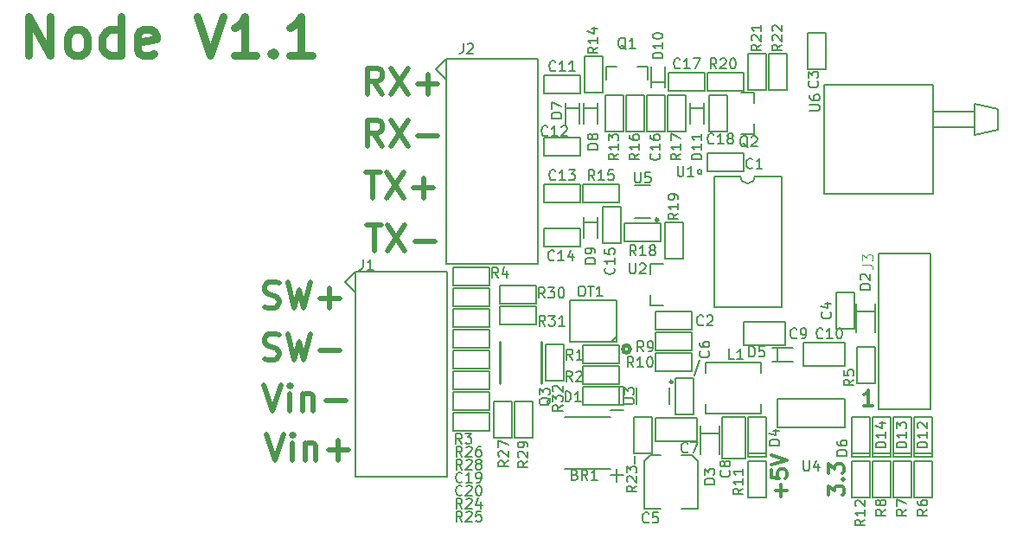
<source format=gto>
G04 #@! TF.GenerationSoftware,KiCad,Pcbnew,5.0.0-fee4fd1~66~ubuntu18.04.1*
G04 #@! TF.CreationDate,2019-04-10T22:53:07-06:00*
G04 #@! TF.ProjectId,sprinkler_nodes,737072696E6B6C65725F6E6F6465732E,rev?*
G04 #@! TF.SameCoordinates,Original*
G04 #@! TF.FileFunction,Legend,Top*
G04 #@! TF.FilePolarity,Positive*
%FSLAX46Y46*%
G04 Gerber Fmt 4.6, Leading zero omitted, Abs format (unit mm)*
G04 Created by KiCad (PCBNEW 5.0.0-fee4fd1~66~ubuntu18.04.1) date Wed Apr 10 22:53:07 2019*
%MOMM*%
%LPD*%
G01*
G04 APERTURE LIST*
%ADD10C,0.762000*%
%ADD11C,0.508000*%
%ADD12C,0.300000*%
%ADD13C,0.200000*%
%ADD14C,0.381000*%
%ADD15C,0.203200*%
%ADD16C,0.150000*%
%ADD17C,0.254000*%
%ADD18C,0.088900*%
G04 APERTURE END LIST*
D10*
X22406428Y-32203571D02*
X22406428Y-28393571D01*
X24583571Y-32203571D01*
X24583571Y-28393571D01*
X26942142Y-32203571D02*
X26579285Y-32022142D01*
X26397857Y-31840714D01*
X26216428Y-31477857D01*
X26216428Y-30389285D01*
X26397857Y-30026428D01*
X26579285Y-29845000D01*
X26942142Y-29663571D01*
X27486428Y-29663571D01*
X27849285Y-29845000D01*
X28030714Y-30026428D01*
X28212142Y-30389285D01*
X28212142Y-31477857D01*
X28030714Y-31840714D01*
X27849285Y-32022142D01*
X27486428Y-32203571D01*
X26942142Y-32203571D01*
X31477857Y-32203571D02*
X31477857Y-28393571D01*
X31477857Y-32022142D02*
X31115000Y-32203571D01*
X30389285Y-32203571D01*
X30026428Y-32022142D01*
X29845000Y-31840714D01*
X29663571Y-31477857D01*
X29663571Y-30389285D01*
X29845000Y-30026428D01*
X30026428Y-29845000D01*
X30389285Y-29663571D01*
X31115000Y-29663571D01*
X31477857Y-29845000D01*
X34743571Y-32022142D02*
X34380714Y-32203571D01*
X33655000Y-32203571D01*
X33292142Y-32022142D01*
X33110714Y-31659285D01*
X33110714Y-30207857D01*
X33292142Y-29845000D01*
X33655000Y-29663571D01*
X34380714Y-29663571D01*
X34743571Y-29845000D01*
X34925000Y-30207857D01*
X34925000Y-30570714D01*
X33110714Y-30933571D01*
X38916428Y-28393571D02*
X40186428Y-32203571D01*
X41456428Y-28393571D01*
X44722142Y-32203571D02*
X42545000Y-32203571D01*
X43633571Y-32203571D02*
X43633571Y-28393571D01*
X43270714Y-28937857D01*
X42907857Y-29300714D01*
X42545000Y-29482142D01*
X46355000Y-31840714D02*
X46536428Y-32022142D01*
X46355000Y-32203571D01*
X46173571Y-32022142D01*
X46355000Y-31840714D01*
X46355000Y-32203571D01*
X50165000Y-32203571D02*
X47987857Y-32203571D01*
X49076428Y-32203571D02*
X49076428Y-28393571D01*
X48713571Y-28937857D01*
X48350714Y-29300714D01*
X47987857Y-29482142D01*
D11*
X57059285Y-35947047D02*
X56212619Y-34737523D01*
X55607857Y-35947047D02*
X55607857Y-33407047D01*
X56575476Y-33407047D01*
X56817380Y-33528000D01*
X56938333Y-33648952D01*
X57059285Y-33890857D01*
X57059285Y-34253714D01*
X56938333Y-34495619D01*
X56817380Y-34616571D01*
X56575476Y-34737523D01*
X55607857Y-34737523D01*
X57905952Y-33407047D02*
X59599285Y-35947047D01*
X59599285Y-33407047D02*
X57905952Y-35947047D01*
X60566904Y-34979428D02*
X62502142Y-34979428D01*
X61534523Y-35947047D02*
X61534523Y-34011809D01*
X57059285Y-41027047D02*
X56212619Y-39817523D01*
X55607857Y-41027047D02*
X55607857Y-38487047D01*
X56575476Y-38487047D01*
X56817380Y-38608000D01*
X56938333Y-38728952D01*
X57059285Y-38970857D01*
X57059285Y-39333714D01*
X56938333Y-39575619D01*
X56817380Y-39696571D01*
X56575476Y-39817523D01*
X55607857Y-39817523D01*
X57905952Y-38487047D02*
X59599285Y-41027047D01*
X59599285Y-38487047D02*
X57905952Y-41027047D01*
X60566904Y-40059428D02*
X62502142Y-40059428D01*
X55420380Y-43567047D02*
X56871809Y-43567047D01*
X56146095Y-46107047D02*
X56146095Y-43567047D01*
X57476571Y-43567047D02*
X59169904Y-46107047D01*
X59169904Y-43567047D02*
X57476571Y-46107047D01*
X60137523Y-45139428D02*
X62072761Y-45139428D01*
X61105142Y-46107047D02*
X61105142Y-44171809D01*
X55547380Y-48774047D02*
X56998809Y-48774047D01*
X56273095Y-51314047D02*
X56273095Y-48774047D01*
X57603571Y-48774047D02*
X59296904Y-51314047D01*
X59296904Y-48774047D02*
X57603571Y-51314047D01*
X60264523Y-50346428D02*
X62199761Y-50346428D01*
X45526476Y-56781095D02*
X45889333Y-56902047D01*
X46494095Y-56902047D01*
X46736000Y-56781095D01*
X46856952Y-56660142D01*
X46977904Y-56418238D01*
X46977904Y-56176333D01*
X46856952Y-55934428D01*
X46736000Y-55813476D01*
X46494095Y-55692523D01*
X46010285Y-55571571D01*
X45768380Y-55450619D01*
X45647428Y-55329666D01*
X45526476Y-55087761D01*
X45526476Y-54845857D01*
X45647428Y-54603952D01*
X45768380Y-54483000D01*
X46010285Y-54362047D01*
X46615047Y-54362047D01*
X46977904Y-54483000D01*
X47824571Y-54362047D02*
X48429333Y-56902047D01*
X48913142Y-55087761D01*
X49396952Y-56902047D01*
X50001714Y-54362047D01*
X50969333Y-55934428D02*
X52904571Y-55934428D01*
X51936952Y-56902047D02*
X51936952Y-54966809D01*
X45526476Y-61861095D02*
X45889333Y-61982047D01*
X46494095Y-61982047D01*
X46736000Y-61861095D01*
X46856952Y-61740142D01*
X46977904Y-61498238D01*
X46977904Y-61256333D01*
X46856952Y-61014428D01*
X46736000Y-60893476D01*
X46494095Y-60772523D01*
X46010285Y-60651571D01*
X45768380Y-60530619D01*
X45647428Y-60409666D01*
X45526476Y-60167761D01*
X45526476Y-59925857D01*
X45647428Y-59683952D01*
X45768380Y-59563000D01*
X46010285Y-59442047D01*
X46615047Y-59442047D01*
X46977904Y-59563000D01*
X47824571Y-59442047D02*
X48429333Y-61982047D01*
X48913142Y-60167761D01*
X49396952Y-61982047D01*
X50001714Y-59442047D01*
X50969333Y-61014428D02*
X52904571Y-61014428D01*
X45484142Y-64395047D02*
X46330809Y-66935047D01*
X47177476Y-64395047D01*
X48024142Y-66935047D02*
X48024142Y-65241714D01*
X48024142Y-64395047D02*
X47903190Y-64516000D01*
X48024142Y-64636952D01*
X48145095Y-64516000D01*
X48024142Y-64395047D01*
X48024142Y-64636952D01*
X49233666Y-65241714D02*
X49233666Y-66935047D01*
X49233666Y-65483619D02*
X49354619Y-65362666D01*
X49596523Y-65241714D01*
X49959380Y-65241714D01*
X50201285Y-65362666D01*
X50322238Y-65604571D01*
X50322238Y-66935047D01*
X51531761Y-65967428D02*
X53467000Y-65967428D01*
X45738142Y-69221047D02*
X46584809Y-71761047D01*
X47431476Y-69221047D01*
X48278142Y-71761047D02*
X48278142Y-70067714D01*
X48278142Y-69221047D02*
X48157190Y-69342000D01*
X48278142Y-69462952D01*
X48399095Y-69342000D01*
X48278142Y-69221047D01*
X48278142Y-69462952D01*
X49487666Y-70067714D02*
X49487666Y-71761047D01*
X49487666Y-70309619D02*
X49608619Y-70188666D01*
X49850523Y-70067714D01*
X50213380Y-70067714D01*
X50455285Y-70188666D01*
X50576238Y-70430571D01*
X50576238Y-71761047D01*
X51785761Y-70793428D02*
X53721000Y-70793428D01*
X52753380Y-71761047D02*
X52753380Y-69825809D01*
D12*
X105101971Y-66464571D02*
X104244828Y-66464571D01*
X104673400Y-66464571D02*
X104673400Y-64964571D01*
X104530542Y-65178857D01*
X104387685Y-65321714D01*
X104244828Y-65393142D01*
X100778571Y-75231428D02*
X100778571Y-74302857D01*
X101350000Y-74802857D01*
X101350000Y-74588571D01*
X101421428Y-74445714D01*
X101492857Y-74374285D01*
X101635714Y-74302857D01*
X101992857Y-74302857D01*
X102135714Y-74374285D01*
X102207142Y-74445714D01*
X102278571Y-74588571D01*
X102278571Y-75017142D01*
X102207142Y-75160000D01*
X102135714Y-75231428D01*
X102135714Y-73660000D02*
X102207142Y-73588571D01*
X102278571Y-73660000D01*
X102207142Y-73731428D01*
X102135714Y-73660000D01*
X102278571Y-73660000D01*
X100778571Y-73088571D02*
X100778571Y-72160000D01*
X101350000Y-72660000D01*
X101350000Y-72445714D01*
X101421428Y-72302857D01*
X101492857Y-72231428D01*
X101635714Y-72160000D01*
X101992857Y-72160000D01*
X102135714Y-72231428D01*
X102207142Y-72302857D01*
X102278571Y-72445714D01*
X102278571Y-72874285D01*
X102207142Y-73017142D01*
X102135714Y-73088571D01*
X96119142Y-75334571D02*
X96119142Y-74191714D01*
X96690571Y-74763142D02*
X95547714Y-74763142D01*
X95190571Y-72763142D02*
X95190571Y-73477428D01*
X95904857Y-73548857D01*
X95833428Y-73477428D01*
X95762000Y-73334571D01*
X95762000Y-72977428D01*
X95833428Y-72834571D01*
X95904857Y-72763142D01*
X96047714Y-72691714D01*
X96404857Y-72691714D01*
X96547714Y-72763142D01*
X96619142Y-72834571D01*
X96690571Y-72977428D01*
X96690571Y-73334571D01*
X96619142Y-73477428D01*
X96547714Y-73548857D01*
X95190571Y-72263142D02*
X96690571Y-71763142D01*
X95190571Y-71263142D01*
D13*
X88138000Y-61976000D02*
X87630000Y-63500000D01*
X81788000Y-72136000D02*
X81788000Y-71374000D01*
D14*
G04 #@! TO.C,OT1*
X81327553Y-60916000D02*
G75*
G03X81327553Y-60916000I-353553J0D01*
G01*
D15*
X79974000Y-59666000D02*
X79474000Y-60166000D01*
X79974000Y-58166000D02*
X79974000Y-60166000D01*
X79974000Y-60166000D02*
X75474000Y-60166000D01*
X75474000Y-60166000D02*
X75474000Y-56166000D01*
X75474000Y-56166000D02*
X79974000Y-56166000D01*
X79974000Y-56166000D02*
X79974000Y-58166000D01*
G04 #@! TO.C,D3*
X88254000Y-69215000D02*
X90054000Y-69215000D01*
X90054000Y-71250000D02*
X90054000Y-68450000D01*
X88254000Y-71250000D02*
X88254000Y-68450000D01*
G04 #@! TO.C,D2*
X103494000Y-57277000D02*
X105294000Y-57277000D01*
X105294000Y-59312000D02*
X105294000Y-56512000D01*
X103494000Y-59312000D02*
X103494000Y-56512000D01*
G04 #@! TO.C,L1*
X88740000Y-67270000D02*
X88740000Y-66270000D01*
X94140000Y-67270000D02*
X94140000Y-66270000D01*
X94140000Y-63270000D02*
X94140000Y-62270000D01*
X88740000Y-63270000D02*
X88740000Y-62270000D01*
X94140000Y-62270000D02*
X88740000Y-62270000D01*
X94140000Y-67270000D02*
X88740000Y-67270000D01*
G04 #@! TO.C,BR1*
X79375000Y-72644000D02*
X74930000Y-72644000D01*
X79375000Y-67564000D02*
X74930000Y-67564000D01*
D16*
X80645000Y-66929000D02*
X79375000Y-66929000D01*
X80645000Y-73279000D02*
X79375000Y-73279000D01*
X80010000Y-72644000D02*
X80010000Y-73914000D01*
D15*
G04 #@! TO.C,C1*
X92456000Y-41783000D02*
X92456000Y-43561000D01*
X88900000Y-41783000D02*
X92456000Y-41783000D01*
X88900000Y-43561000D02*
X88900000Y-41783000D01*
X92456000Y-43561000D02*
X88900000Y-43561000D01*
G04 #@! TO.C,C2*
X83820000Y-59055000D02*
X83820000Y-57277000D01*
X87376000Y-59055000D02*
X83820000Y-59055000D01*
X87376000Y-57277000D02*
X87376000Y-59055000D01*
X83820000Y-57277000D02*
X87376000Y-57277000D01*
G04 #@! TO.C,C6*
X87503000Y-63754000D02*
X87503000Y-67310000D01*
X87503000Y-67310000D02*
X85725000Y-67310000D01*
X85725000Y-67310000D02*
X85725000Y-63754000D01*
X85725000Y-63754000D02*
X87503000Y-63754000D01*
G04 #@! TO.C,C7*
X83820000Y-67691000D02*
X87884000Y-67691000D01*
X87884000Y-67691000D02*
X87884000Y-69977000D01*
X87884000Y-69977000D02*
X83820000Y-69977000D01*
X83820000Y-69977000D02*
X83820000Y-67691000D01*
G04 #@! TO.C,C8*
X90297000Y-67564000D02*
X92583000Y-67564000D01*
X90297000Y-71628000D02*
X90297000Y-67564000D01*
X92583000Y-71628000D02*
X90297000Y-71628000D01*
X92583000Y-67564000D02*
X92583000Y-71628000D01*
G04 #@! TO.C,C9*
X96520000Y-60579000D02*
X92456000Y-60579000D01*
X92456000Y-60579000D02*
X92456000Y-58293000D01*
X92456000Y-58293000D02*
X96520000Y-58293000D01*
X96520000Y-58293000D02*
X96520000Y-60579000D01*
G04 #@! TO.C,C10*
X98298000Y-62611000D02*
X98298000Y-60325000D01*
X102362000Y-62611000D02*
X98298000Y-62611000D01*
X102362000Y-60325000D02*
X102362000Y-62611000D01*
X98298000Y-60325000D02*
X102362000Y-60325000D01*
G04 #@! TO.C,C11*
X72898000Y-34163000D02*
X76454000Y-34163000D01*
X76454000Y-34163000D02*
X76454000Y-35941000D01*
X76454000Y-35941000D02*
X72898000Y-35941000D01*
X72898000Y-35941000D02*
X72898000Y-34163000D01*
G04 #@! TO.C,C12*
X72898000Y-42037000D02*
X72898000Y-40259000D01*
X76454000Y-42037000D02*
X72898000Y-42037000D01*
X76454000Y-40259000D02*
X76454000Y-42037000D01*
X72898000Y-40259000D02*
X76454000Y-40259000D01*
G04 #@! TO.C,C13*
X76454000Y-46609000D02*
X72898000Y-46609000D01*
X72898000Y-46609000D02*
X72898000Y-44831000D01*
X72898000Y-44831000D02*
X76454000Y-44831000D01*
X76454000Y-44831000D02*
X76454000Y-46609000D01*
G04 #@! TO.C,C14*
X76454000Y-50927000D02*
X72898000Y-50927000D01*
X72898000Y-50927000D02*
X72898000Y-49149000D01*
X72898000Y-49149000D02*
X76454000Y-49149000D01*
X76454000Y-49149000D02*
X76454000Y-50927000D01*
G04 #@! TO.C,C15*
X78613000Y-46990000D02*
X80391000Y-46990000D01*
X78613000Y-50546000D02*
X78613000Y-46990000D01*
X80391000Y-50546000D02*
X78613000Y-50546000D01*
X80391000Y-46990000D02*
X80391000Y-50546000D01*
G04 #@! TO.C,C16*
X84709000Y-36068000D02*
X84709000Y-39624000D01*
X84709000Y-39624000D02*
X82931000Y-39624000D01*
X82931000Y-39624000D02*
X82931000Y-36068000D01*
X82931000Y-36068000D02*
X84709000Y-36068000D01*
G04 #@! TO.C,C17*
X85090000Y-33909000D02*
X88646000Y-33909000D01*
X88646000Y-33909000D02*
X88646000Y-35687000D01*
X88646000Y-35687000D02*
X85090000Y-35687000D01*
X85090000Y-35687000D02*
X85090000Y-33909000D01*
G04 #@! TO.C,C18*
X89027000Y-36068000D02*
X90805000Y-36068000D01*
X89027000Y-39624000D02*
X89027000Y-36068000D01*
X90805000Y-39624000D02*
X89027000Y-39624000D01*
X90805000Y-36068000D02*
X90805000Y-39624000D01*
G04 #@! TO.C,D1*
X76708000Y-66421000D02*
X76708000Y-64643000D01*
X80264000Y-66421000D02*
X76708000Y-66421000D01*
X80264000Y-64643000D02*
X80264000Y-66421000D01*
X76708000Y-64643000D02*
X80264000Y-64643000D01*
X80645000Y-66421000D02*
X80264000Y-66421000D01*
X80645000Y-64643000D02*
X80645000Y-66421000D01*
X80264000Y-64643000D02*
X80645000Y-64643000D01*
G04 #@! TO.C,D4*
X94615000Y-71120000D02*
X94615000Y-71501000D01*
X94615000Y-71501000D02*
X92837000Y-71501000D01*
X92837000Y-71501000D02*
X92837000Y-71120000D01*
X94615000Y-67564000D02*
X94615000Y-71120000D01*
X94615000Y-71120000D02*
X92837000Y-71120000D01*
X92837000Y-71120000D02*
X92837000Y-67564000D01*
X92837000Y-67564000D02*
X94615000Y-67564000D01*
G04 #@! TO.C,D5*
X95766000Y-62168000D02*
X95766000Y-60768000D01*
X97266000Y-60768000D02*
X95266000Y-60768000D01*
X97266000Y-62168000D02*
X95266000Y-62168000D01*
G04 #@! TO.C,D6*
X104775000Y-71120000D02*
X104775000Y-71501000D01*
X104775000Y-71501000D02*
X102997000Y-71501000D01*
X102997000Y-71501000D02*
X102997000Y-71120000D01*
X104775000Y-67564000D02*
X104775000Y-71120000D01*
X104775000Y-71120000D02*
X102997000Y-71120000D01*
X102997000Y-71120000D02*
X102997000Y-67564000D01*
X102997000Y-67564000D02*
X104775000Y-67564000D01*
G04 #@! TO.C,D7*
X74992000Y-38846000D02*
X74992000Y-36846000D01*
X76392000Y-38846000D02*
X76392000Y-36846000D01*
X74992000Y-37346000D02*
X76392000Y-37346000D01*
G04 #@! TO.C,D8*
X76770000Y-38846000D02*
X76770000Y-36846000D01*
X78170000Y-38846000D02*
X78170000Y-36846000D01*
X76770000Y-37346000D02*
X78170000Y-37346000D01*
G04 #@! TO.C,D9*
X76770000Y-48522000D02*
X78170000Y-48522000D01*
X78170000Y-50022000D02*
X78170000Y-48022000D01*
X76770000Y-50022000D02*
X76770000Y-48022000D01*
G04 #@! TO.C,D10*
X84774000Y-34790000D02*
X83374000Y-34790000D01*
X83374000Y-33290000D02*
X83374000Y-35290000D01*
X84774000Y-33290000D02*
X84774000Y-35290000D01*
G04 #@! TO.C,D11*
X87184000Y-38846000D02*
X87184000Y-36846000D01*
X88584000Y-38846000D02*
X88584000Y-36846000D01*
X87184000Y-37346000D02*
X88584000Y-37346000D01*
D16*
G04 #@! TO.C,J1*
X63428000Y-73380000D02*
X63428000Y-53380000D01*
X54428000Y-73380000D02*
X63428000Y-73380000D01*
X54428000Y-53380000D02*
X54428000Y-73380000D01*
X63428000Y-53380000D02*
X54428000Y-53380000D01*
X53428000Y-54380000D02*
X54428000Y-55380000D01*
X54428000Y-53380000D02*
X53428000Y-54380000D01*
G04 #@! TO.C,J2*
X63318000Y-32552000D02*
X62318000Y-33552000D01*
X62318000Y-33552000D02*
X63318000Y-34552000D01*
X72318000Y-32552000D02*
X63318000Y-32552000D01*
X63318000Y-32552000D02*
X63318000Y-52552000D01*
X63318000Y-52552000D02*
X72318000Y-52552000D01*
X72318000Y-52552000D02*
X72318000Y-32552000D01*
D15*
G04 #@! TO.C,J3*
X108204000Y-66802000D02*
X105664000Y-66802000D01*
X105664000Y-66802000D02*
X105664000Y-51562000D01*
X105664000Y-51562000D02*
X110744000Y-51562000D01*
X110744000Y-51562000D02*
X110744000Y-66802000D01*
X110744000Y-66802000D02*
X108204000Y-66802000D01*
G04 #@! TO.C,Q1*
X83026000Y-33266000D02*
X83026000Y-34516000D01*
X82026000Y-33266000D02*
X83026000Y-33266000D01*
X79026000Y-33266000D02*
X79026000Y-34516000D01*
X80026000Y-33266000D02*
X79026000Y-33266000D01*
G04 #@! TO.C,Q2*
X93480000Y-36846000D02*
X93480000Y-35846000D01*
X93480000Y-35846000D02*
X92230000Y-35846000D01*
X93480000Y-38846000D02*
X93480000Y-39846000D01*
X93480000Y-39846000D02*
X92230000Y-39846000D01*
G04 #@! TO.C,R1*
X76708000Y-62357000D02*
X76708000Y-60579000D01*
X80264000Y-62357000D02*
X76708000Y-62357000D01*
X80264000Y-60579000D02*
X80264000Y-62357000D01*
X76708000Y-60579000D02*
X80264000Y-60579000D01*
G04 #@! TO.C,R2*
X76708000Y-62611000D02*
X80264000Y-62611000D01*
X80264000Y-62611000D02*
X80264000Y-64389000D01*
X80264000Y-64389000D02*
X76708000Y-64389000D01*
X76708000Y-64389000D02*
X76708000Y-62611000D01*
G04 #@! TO.C,R5*
X103505000Y-60706000D02*
X105283000Y-60706000D01*
X103505000Y-64262000D02*
X103505000Y-60706000D01*
X105283000Y-64262000D02*
X103505000Y-64262000D01*
X105283000Y-60706000D02*
X105283000Y-64262000D01*
G04 #@! TO.C,R9*
X87376000Y-61087000D02*
X83820000Y-61087000D01*
X83820000Y-61087000D02*
X83820000Y-59309000D01*
X83820000Y-59309000D02*
X87376000Y-59309000D01*
X87376000Y-59309000D02*
X87376000Y-61087000D01*
G04 #@! TO.C,R10*
X83820000Y-63119000D02*
X83820000Y-61341000D01*
X87376000Y-63119000D02*
X83820000Y-63119000D01*
X87376000Y-61341000D02*
X87376000Y-63119000D01*
X83820000Y-61341000D02*
X87376000Y-61341000D01*
G04 #@! TO.C,R11*
X94615000Y-75438000D02*
X92837000Y-75438000D01*
X94615000Y-71882000D02*
X94615000Y-75438000D01*
X92837000Y-71882000D02*
X94615000Y-71882000D01*
X92837000Y-75438000D02*
X92837000Y-71882000D01*
G04 #@! TO.C,R12*
X102997000Y-75438000D02*
X102997000Y-71882000D01*
X102997000Y-71882000D02*
X104775000Y-71882000D01*
X104775000Y-71882000D02*
X104775000Y-75438000D01*
X104775000Y-75438000D02*
X102997000Y-75438000D01*
G04 #@! TO.C,R13*
X80645000Y-36068000D02*
X80645000Y-39624000D01*
X80645000Y-39624000D02*
X78867000Y-39624000D01*
X78867000Y-39624000D02*
X78867000Y-36068000D01*
X78867000Y-36068000D02*
X80645000Y-36068000D01*
G04 #@! TO.C,R14*
X76835000Y-32258000D02*
X78613000Y-32258000D01*
X76835000Y-35814000D02*
X76835000Y-32258000D01*
X78613000Y-35814000D02*
X76835000Y-35814000D01*
X78613000Y-32258000D02*
X78613000Y-35814000D01*
G04 #@! TO.C,R15*
X76708000Y-46609000D02*
X76708000Y-44831000D01*
X80264000Y-46609000D02*
X76708000Y-46609000D01*
X80264000Y-44831000D02*
X80264000Y-46609000D01*
X76708000Y-44831000D02*
X80264000Y-44831000D01*
G04 #@! TO.C,R16*
X80899000Y-36068000D02*
X82677000Y-36068000D01*
X80899000Y-39624000D02*
X80899000Y-36068000D01*
X82677000Y-39624000D02*
X80899000Y-39624000D01*
X82677000Y-36068000D02*
X82677000Y-39624000D01*
G04 #@! TO.C,R17*
X86741000Y-36068000D02*
X86741000Y-39624000D01*
X86741000Y-39624000D02*
X84963000Y-39624000D01*
X84963000Y-39624000D02*
X84963000Y-36068000D01*
X84963000Y-36068000D02*
X86741000Y-36068000D01*
G04 #@! TO.C,R18*
X80772000Y-50419000D02*
X80772000Y-48641000D01*
X84328000Y-50419000D02*
X80772000Y-50419000D01*
X84328000Y-48641000D02*
X84328000Y-50419000D01*
X80772000Y-48641000D02*
X84328000Y-48641000D01*
G04 #@! TO.C,R19*
X86487000Y-48514000D02*
X86487000Y-52070000D01*
X86487000Y-52070000D02*
X84709000Y-52070000D01*
X84709000Y-52070000D02*
X84709000Y-48514000D01*
X84709000Y-48514000D02*
X86487000Y-48514000D01*
G04 #@! TO.C,R20*
X92456000Y-33909000D02*
X92456000Y-35687000D01*
X88900000Y-33909000D02*
X92456000Y-33909000D01*
X88900000Y-35687000D02*
X88900000Y-33909000D01*
X92456000Y-35687000D02*
X88900000Y-35687000D01*
G04 #@! TO.C,R21*
X94615000Y-32004000D02*
X94615000Y-35560000D01*
X94615000Y-35560000D02*
X92837000Y-35560000D01*
X92837000Y-35560000D02*
X92837000Y-32004000D01*
X92837000Y-32004000D02*
X94615000Y-32004000D01*
G04 #@! TO.C,R22*
X94869000Y-32004000D02*
X96647000Y-32004000D01*
X94869000Y-35560000D02*
X94869000Y-32004000D01*
X96647000Y-35560000D02*
X94869000Y-35560000D01*
X96647000Y-32004000D02*
X96647000Y-35560000D01*
G04 #@! TO.C,U1*
X88361607Y-43604000D02*
G75*
G03X88361607Y-43604000I-223607J0D01*
G01*
X93538000Y-44004000D02*
X96138000Y-44004000D01*
X92138000Y-44004000D02*
X89538000Y-44004000D01*
X92138000Y-44004000D02*
G75*
G03X93538000Y-44004000I700000J0D01*
G01*
X96138000Y-44004000D02*
X96138000Y-56804000D01*
X96138000Y-56804000D02*
X89538000Y-56804000D01*
X89538000Y-56804000D02*
X89538000Y-44004000D01*
G04 #@! TO.C,U2*
X83304000Y-55610000D02*
X83304000Y-56610000D01*
X83304000Y-56610000D02*
X84554000Y-56610000D01*
X83304000Y-53610000D02*
X83304000Y-52610000D01*
X83304000Y-52610000D02*
X84554000Y-52610000D01*
D12*
G04 #@! TO.C,U3*
X85466000Y-64132000D02*
G75*
G03X85466000Y-64132000I-100000J0D01*
G01*
D16*
X81966000Y-64732000D02*
X81966000Y-66332000D01*
X85166000Y-64732000D02*
X85166000Y-66332000D01*
D15*
G04 #@! TO.C,U4*
X99060000Y-68562000D02*
X95760000Y-68562000D01*
X95760000Y-68562000D02*
X95760000Y-65762000D01*
X95760000Y-65762000D02*
X102360000Y-65762000D01*
X102360000Y-65762000D02*
X102360000Y-68562000D01*
X102360000Y-68562000D02*
X99060000Y-68562000D01*
D12*
G04 #@! TO.C,U5*
X84050000Y-48282000D02*
G75*
G03X84050000Y-48282000I-100000J0D01*
G01*
D16*
X83350000Y-44882000D02*
X81750000Y-44882000D01*
X83350000Y-48082000D02*
X81750000Y-48082000D01*
D15*
G04 #@! TO.C,R23*
X81661000Y-71120000D02*
X81661000Y-67564000D01*
X81661000Y-67564000D02*
X83439000Y-67564000D01*
X83439000Y-67564000D02*
X83439000Y-71120000D01*
X83439000Y-71120000D02*
X81661000Y-71120000D01*
G04 #@! TO.C,D12*
X110871000Y-71120000D02*
X110871000Y-71501000D01*
X110871000Y-71501000D02*
X109093000Y-71501000D01*
X109093000Y-71501000D02*
X109093000Y-71120000D01*
X110871000Y-67564000D02*
X110871000Y-71120000D01*
X110871000Y-71120000D02*
X109093000Y-71120000D01*
X109093000Y-71120000D02*
X109093000Y-67564000D01*
X109093000Y-67564000D02*
X110871000Y-67564000D01*
G04 #@! TO.C,D13*
X107061000Y-67564000D02*
X108839000Y-67564000D01*
X107061000Y-71120000D02*
X107061000Y-67564000D01*
X108839000Y-71120000D02*
X107061000Y-71120000D01*
X108839000Y-67564000D02*
X108839000Y-71120000D01*
X107061000Y-71501000D02*
X107061000Y-71120000D01*
X108839000Y-71501000D02*
X107061000Y-71501000D01*
X108839000Y-71120000D02*
X108839000Y-71501000D01*
G04 #@! TO.C,D14*
X106807000Y-71120000D02*
X106807000Y-71501000D01*
X106807000Y-71501000D02*
X105029000Y-71501000D01*
X105029000Y-71501000D02*
X105029000Y-71120000D01*
X106807000Y-67564000D02*
X106807000Y-71120000D01*
X106807000Y-71120000D02*
X105029000Y-71120000D01*
X105029000Y-71120000D02*
X105029000Y-67564000D01*
X105029000Y-67564000D02*
X106807000Y-67564000D01*
G04 #@! TO.C,R6*
X110871000Y-71882000D02*
X110871000Y-75438000D01*
X110871000Y-75438000D02*
X109093000Y-75438000D01*
X109093000Y-75438000D02*
X109093000Y-71882000D01*
X109093000Y-71882000D02*
X110871000Y-71882000D01*
G04 #@! TO.C,R7*
X107061000Y-71882000D02*
X108839000Y-71882000D01*
X107061000Y-75438000D02*
X107061000Y-71882000D01*
X108839000Y-75438000D02*
X107061000Y-75438000D01*
X108839000Y-71882000D02*
X108839000Y-75438000D01*
G04 #@! TO.C,R8*
X106807000Y-71882000D02*
X106807000Y-75438000D01*
X106807000Y-75438000D02*
X105029000Y-75438000D01*
X105029000Y-75438000D02*
X105029000Y-71882000D01*
X105029000Y-71882000D02*
X106807000Y-71882000D01*
G04 #@! TO.C,C4*
X103251000Y-58928000D02*
X101473000Y-58928000D01*
X103251000Y-55372000D02*
X103251000Y-58928000D01*
X101473000Y-55372000D02*
X103251000Y-55372000D01*
X101473000Y-58928000D02*
X101473000Y-55372000D01*
D16*
G04 #@! TO.C,C5*
X87994000Y-76564000D02*
X86394000Y-76564000D01*
X82694000Y-76564000D02*
X84294000Y-76564000D01*
X82694000Y-76564000D02*
X82694000Y-71914000D01*
X82694000Y-71914000D02*
X83344000Y-71264000D01*
X83344000Y-71264000D02*
X84294000Y-71264000D01*
X87994000Y-76564000D02*
X87994000Y-71914000D01*
X87994000Y-71914000D02*
X87344000Y-71264000D01*
X87344000Y-71264000D02*
X86394000Y-71264000D01*
X86394000Y-71264000D02*
X86444000Y-71264000D01*
D15*
G04 #@! TO.C,C3*
X100457000Y-29972000D02*
X100457000Y-33528000D01*
X100457000Y-33528000D02*
X98679000Y-33528000D01*
X98679000Y-33528000D02*
X98679000Y-29972000D01*
X98679000Y-29972000D02*
X100457000Y-29972000D01*
D16*
G04 #@! TO.C,U6*
X115062000Y-39241000D02*
X110998000Y-39241000D01*
X115062000Y-37717000D02*
X110998000Y-37717000D01*
X117348000Y-38479000D02*
X117348000Y-39495000D01*
X117348000Y-39495000D02*
X115062000Y-40003000D01*
X115062000Y-40003000D02*
X115062000Y-36955000D01*
X115062000Y-36955000D02*
X117348000Y-37463000D01*
X117348000Y-37463000D02*
X117348000Y-38479000D01*
X110998000Y-35050000D02*
X110998000Y-45718000D01*
X110998000Y-45718000D02*
X100330000Y-45718000D01*
X100330000Y-45718000D02*
X100330000Y-35050000D01*
X100330000Y-35050000D02*
X110998000Y-35050000D01*
D15*
G04 #@! TO.C,C19*
X67564000Y-61087000D02*
X67564000Y-62865000D01*
X64008000Y-61087000D02*
X67564000Y-61087000D01*
X64008000Y-62865000D02*
X64008000Y-61087000D01*
X67564000Y-62865000D02*
X64008000Y-62865000D01*
G04 #@! TO.C,C20*
X67564000Y-64897000D02*
X64008000Y-64897000D01*
X64008000Y-64897000D02*
X64008000Y-63119000D01*
X64008000Y-63119000D02*
X67564000Y-63119000D01*
X67564000Y-63119000D02*
X67564000Y-64897000D01*
G04 #@! TO.C,R3*
X64008000Y-56769000D02*
X64008000Y-54991000D01*
X67564000Y-56769000D02*
X64008000Y-56769000D01*
X67564000Y-54991000D02*
X67564000Y-56769000D01*
X64008000Y-54991000D02*
X67564000Y-54991000D01*
G04 #@! TO.C,R4*
X64008000Y-52959000D02*
X67564000Y-52959000D01*
X67564000Y-52959000D02*
X67564000Y-54737000D01*
X67564000Y-54737000D02*
X64008000Y-54737000D01*
X64008000Y-54737000D02*
X64008000Y-52959000D01*
G04 #@! TO.C,R24*
X67564000Y-66929000D02*
X64008000Y-66929000D01*
X64008000Y-66929000D02*
X64008000Y-65151000D01*
X64008000Y-65151000D02*
X67564000Y-65151000D01*
X67564000Y-65151000D02*
X67564000Y-66929000D01*
G04 #@! TO.C,R25*
X67564000Y-68961000D02*
X64008000Y-68961000D01*
X64008000Y-68961000D02*
X64008000Y-67183000D01*
X64008000Y-67183000D02*
X67564000Y-67183000D01*
X67564000Y-67183000D02*
X67564000Y-68961000D01*
G04 #@! TO.C,R26*
X64008000Y-58801000D02*
X64008000Y-57023000D01*
X67564000Y-58801000D02*
X64008000Y-58801000D01*
X67564000Y-57023000D02*
X67564000Y-58801000D01*
X64008000Y-57023000D02*
X67564000Y-57023000D01*
G04 #@! TO.C,R27*
X67945000Y-69596000D02*
X67945000Y-66040000D01*
X67945000Y-66040000D02*
X69723000Y-66040000D01*
X69723000Y-66040000D02*
X69723000Y-69596000D01*
X69723000Y-69596000D02*
X67945000Y-69596000D01*
G04 #@! TO.C,R28*
X64008000Y-60833000D02*
X64008000Y-59055000D01*
X67564000Y-60833000D02*
X64008000Y-60833000D01*
X67564000Y-59055000D02*
X67564000Y-60833000D01*
X64008000Y-59055000D02*
X67564000Y-59055000D01*
G04 #@! TO.C,R29*
X69977000Y-69596000D02*
X69977000Y-66040000D01*
X69977000Y-66040000D02*
X71755000Y-66040000D01*
X71755000Y-66040000D02*
X71755000Y-69596000D01*
X71755000Y-69596000D02*
X69977000Y-69596000D01*
G04 #@! TO.C,R30*
X68580000Y-56515000D02*
X68580000Y-54737000D01*
X72136000Y-56515000D02*
X68580000Y-56515000D01*
X72136000Y-54737000D02*
X72136000Y-56515000D01*
X68580000Y-54737000D02*
X72136000Y-54737000D01*
G04 #@! TO.C,R31*
X72136000Y-58547000D02*
X68580000Y-58547000D01*
X68580000Y-58547000D02*
X68580000Y-56769000D01*
X68580000Y-56769000D02*
X72136000Y-56769000D01*
X72136000Y-56769000D02*
X72136000Y-58547000D01*
G04 #@! TO.C,R32*
X74803000Y-64008000D02*
X73025000Y-64008000D01*
X74803000Y-60452000D02*
X74803000Y-64008000D01*
X73025000Y-60452000D02*
X74803000Y-60452000D01*
X73025000Y-64008000D02*
X73025000Y-60452000D01*
D17*
G04 #@! TO.C,Q3*
X72612000Y-60230000D02*
X72612000Y-64230000D01*
X68612000Y-60230000D02*
X68612000Y-64230000D01*
G04 #@! TO.C,OT1*
D16*
X76492219Y-54748180D02*
X76682695Y-54748180D01*
X76777933Y-54795800D01*
X76873171Y-54891038D01*
X76920790Y-55081514D01*
X76920790Y-55414847D01*
X76873171Y-55605323D01*
X76777933Y-55700561D01*
X76682695Y-55748180D01*
X76492219Y-55748180D01*
X76396980Y-55700561D01*
X76301742Y-55605323D01*
X76254123Y-55414847D01*
X76254123Y-55081514D01*
X76301742Y-54891038D01*
X76396980Y-54795800D01*
X76492219Y-54748180D01*
X77206504Y-54748180D02*
X77777933Y-54748180D01*
X77492219Y-55748180D02*
X77492219Y-54748180D01*
X78635076Y-55748180D02*
X78063647Y-55748180D01*
X78349361Y-55748180D02*
X78349361Y-54748180D01*
X78254123Y-54891038D01*
X78158885Y-54986276D01*
X78063647Y-55033895D01*
G04 #@! TO.C,D3*
X89606380Y-74144095D02*
X88606380Y-74144095D01*
X88606380Y-73906000D01*
X88654000Y-73763142D01*
X88749238Y-73667904D01*
X88844476Y-73620285D01*
X89034952Y-73572666D01*
X89177809Y-73572666D01*
X89368285Y-73620285D01*
X89463523Y-73667904D01*
X89558761Y-73763142D01*
X89606380Y-73906000D01*
X89606380Y-74144095D01*
X88606380Y-73239333D02*
X88606380Y-72620285D01*
X88987333Y-72953619D01*
X88987333Y-72810761D01*
X89034952Y-72715523D01*
X89082571Y-72667904D01*
X89177809Y-72620285D01*
X89415904Y-72620285D01*
X89511142Y-72667904D01*
X89558761Y-72715523D01*
X89606380Y-72810761D01*
X89606380Y-73096476D01*
X89558761Y-73191714D01*
X89511142Y-73239333D01*
G04 #@! TO.C,D2*
X104846380Y-55094095D02*
X103846380Y-55094095D01*
X103846380Y-54856000D01*
X103894000Y-54713142D01*
X103989238Y-54617904D01*
X104084476Y-54570285D01*
X104274952Y-54522666D01*
X104417809Y-54522666D01*
X104608285Y-54570285D01*
X104703523Y-54617904D01*
X104798761Y-54713142D01*
X104846380Y-54856000D01*
X104846380Y-55094095D01*
X103941619Y-54141714D02*
X103894000Y-54094095D01*
X103846380Y-53998857D01*
X103846380Y-53760761D01*
X103894000Y-53665523D01*
X103941619Y-53617904D01*
X104036857Y-53570285D01*
X104132095Y-53570285D01*
X104274952Y-53617904D01*
X104846380Y-54189333D01*
X104846380Y-53570285D01*
G04 #@! TO.C,L1*
X91527333Y-61920380D02*
X91051142Y-61920380D01*
X91051142Y-60920380D01*
X92384476Y-61920380D02*
X91813047Y-61920380D01*
X92098761Y-61920380D02*
X92098761Y-60920380D01*
X92003523Y-61063238D01*
X91908285Y-61158476D01*
X91813047Y-61206095D01*
G04 #@! TO.C,BR1*
X75930238Y-73207571D02*
X76073095Y-73255190D01*
X76120714Y-73302809D01*
X76168333Y-73398047D01*
X76168333Y-73540904D01*
X76120714Y-73636142D01*
X76073095Y-73683761D01*
X75977857Y-73731380D01*
X75596904Y-73731380D01*
X75596904Y-72731380D01*
X75930238Y-72731380D01*
X76025476Y-72779000D01*
X76073095Y-72826619D01*
X76120714Y-72921857D01*
X76120714Y-73017095D01*
X76073095Y-73112333D01*
X76025476Y-73159952D01*
X75930238Y-73207571D01*
X75596904Y-73207571D01*
X77168333Y-73731380D02*
X76835000Y-73255190D01*
X76596904Y-73731380D02*
X76596904Y-72731380D01*
X76977857Y-72731380D01*
X77073095Y-72779000D01*
X77120714Y-72826619D01*
X77168333Y-72921857D01*
X77168333Y-73064714D01*
X77120714Y-73159952D01*
X77073095Y-73207571D01*
X76977857Y-73255190D01*
X76596904Y-73255190D01*
X78120714Y-73731380D02*
X77549285Y-73731380D01*
X77835000Y-73731380D02*
X77835000Y-72731380D01*
X77739761Y-72874238D01*
X77644523Y-72969476D01*
X77549285Y-73017095D01*
G04 #@! TO.C,C1*
X93305333Y-43156142D02*
X93257714Y-43203761D01*
X93114857Y-43251380D01*
X93019619Y-43251380D01*
X92876761Y-43203761D01*
X92781523Y-43108523D01*
X92733904Y-43013285D01*
X92686285Y-42822809D01*
X92686285Y-42679952D01*
X92733904Y-42489476D01*
X92781523Y-42394238D01*
X92876761Y-42299000D01*
X93019619Y-42251380D01*
X93114857Y-42251380D01*
X93257714Y-42299000D01*
X93305333Y-42346619D01*
X94257714Y-43251380D02*
X93686285Y-43251380D01*
X93972000Y-43251380D02*
X93972000Y-42251380D01*
X93876761Y-42394238D01*
X93781523Y-42489476D01*
X93686285Y-42537095D01*
G04 #@! TO.C,C2*
X88479333Y-58523142D02*
X88431714Y-58570761D01*
X88288857Y-58618380D01*
X88193619Y-58618380D01*
X88050761Y-58570761D01*
X87955523Y-58475523D01*
X87907904Y-58380285D01*
X87860285Y-58189809D01*
X87860285Y-58046952D01*
X87907904Y-57856476D01*
X87955523Y-57761238D01*
X88050761Y-57666000D01*
X88193619Y-57618380D01*
X88288857Y-57618380D01*
X88431714Y-57666000D01*
X88479333Y-57713619D01*
X88860285Y-57713619D02*
X88907904Y-57666000D01*
X89003142Y-57618380D01*
X89241238Y-57618380D01*
X89336476Y-57666000D01*
X89384095Y-57713619D01*
X89431714Y-57808857D01*
X89431714Y-57904095D01*
X89384095Y-58046952D01*
X88812666Y-58618380D01*
X89431714Y-58618380D01*
G04 #@! TO.C,C6*
X89003142Y-61126666D02*
X89050761Y-61174285D01*
X89098380Y-61317142D01*
X89098380Y-61412380D01*
X89050761Y-61555238D01*
X88955523Y-61650476D01*
X88860285Y-61698095D01*
X88669809Y-61745714D01*
X88526952Y-61745714D01*
X88336476Y-61698095D01*
X88241238Y-61650476D01*
X88146000Y-61555238D01*
X88098380Y-61412380D01*
X88098380Y-61317142D01*
X88146000Y-61174285D01*
X88193619Y-61126666D01*
X88098380Y-60269523D02*
X88098380Y-60460000D01*
X88146000Y-60555238D01*
X88193619Y-60602857D01*
X88336476Y-60698095D01*
X88526952Y-60745714D01*
X88907904Y-60745714D01*
X89003142Y-60698095D01*
X89050761Y-60650476D01*
X89098380Y-60555238D01*
X89098380Y-60364761D01*
X89050761Y-60269523D01*
X89003142Y-60221904D01*
X88907904Y-60174285D01*
X88669809Y-60174285D01*
X88574571Y-60221904D01*
X88526952Y-60269523D01*
X88479333Y-60364761D01*
X88479333Y-60555238D01*
X88526952Y-60650476D01*
X88574571Y-60698095D01*
X88669809Y-60745714D01*
G04 #@! TO.C,C7*
X86955333Y-70969142D02*
X86907714Y-71016761D01*
X86764857Y-71064380D01*
X86669619Y-71064380D01*
X86526761Y-71016761D01*
X86431523Y-70921523D01*
X86383904Y-70826285D01*
X86336285Y-70635809D01*
X86336285Y-70492952D01*
X86383904Y-70302476D01*
X86431523Y-70207238D01*
X86526761Y-70112000D01*
X86669619Y-70064380D01*
X86764857Y-70064380D01*
X86907714Y-70112000D01*
X86955333Y-70159619D01*
X87288666Y-70064380D02*
X87955333Y-70064380D01*
X87526761Y-71064380D01*
G04 #@! TO.C,C8*
X91035142Y-72810666D02*
X91082761Y-72858285D01*
X91130380Y-73001142D01*
X91130380Y-73096380D01*
X91082761Y-73239238D01*
X90987523Y-73334476D01*
X90892285Y-73382095D01*
X90701809Y-73429714D01*
X90558952Y-73429714D01*
X90368476Y-73382095D01*
X90273238Y-73334476D01*
X90178000Y-73239238D01*
X90130380Y-73096380D01*
X90130380Y-73001142D01*
X90178000Y-72858285D01*
X90225619Y-72810666D01*
X90558952Y-72239238D02*
X90511333Y-72334476D01*
X90463714Y-72382095D01*
X90368476Y-72429714D01*
X90320857Y-72429714D01*
X90225619Y-72382095D01*
X90178000Y-72334476D01*
X90130380Y-72239238D01*
X90130380Y-72048761D01*
X90178000Y-71953523D01*
X90225619Y-71905904D01*
X90320857Y-71858285D01*
X90368476Y-71858285D01*
X90463714Y-71905904D01*
X90511333Y-71953523D01*
X90558952Y-72048761D01*
X90558952Y-72239238D01*
X90606571Y-72334476D01*
X90654190Y-72382095D01*
X90749428Y-72429714D01*
X90939904Y-72429714D01*
X91035142Y-72382095D01*
X91082761Y-72334476D01*
X91130380Y-72239238D01*
X91130380Y-72048761D01*
X91082761Y-71953523D01*
X91035142Y-71905904D01*
X90939904Y-71858285D01*
X90749428Y-71858285D01*
X90654190Y-71905904D01*
X90606571Y-71953523D01*
X90558952Y-72048761D01*
G04 #@! TO.C,C9*
X97623333Y-59793142D02*
X97575714Y-59840761D01*
X97432857Y-59888380D01*
X97337619Y-59888380D01*
X97194761Y-59840761D01*
X97099523Y-59745523D01*
X97051904Y-59650285D01*
X97004285Y-59459809D01*
X97004285Y-59316952D01*
X97051904Y-59126476D01*
X97099523Y-59031238D01*
X97194761Y-58936000D01*
X97337619Y-58888380D01*
X97432857Y-58888380D01*
X97575714Y-58936000D01*
X97623333Y-58983619D01*
X98099523Y-59888380D02*
X98290000Y-59888380D01*
X98385238Y-59840761D01*
X98432857Y-59793142D01*
X98528095Y-59650285D01*
X98575714Y-59459809D01*
X98575714Y-59078857D01*
X98528095Y-58983619D01*
X98480476Y-58936000D01*
X98385238Y-58888380D01*
X98194761Y-58888380D01*
X98099523Y-58936000D01*
X98051904Y-58983619D01*
X98004285Y-59078857D01*
X98004285Y-59316952D01*
X98051904Y-59412190D01*
X98099523Y-59459809D01*
X98194761Y-59507428D01*
X98385238Y-59507428D01*
X98480476Y-59459809D01*
X98528095Y-59412190D01*
X98575714Y-59316952D01*
G04 #@! TO.C,C10*
X100195142Y-59793142D02*
X100147523Y-59840761D01*
X100004666Y-59888380D01*
X99909428Y-59888380D01*
X99766571Y-59840761D01*
X99671333Y-59745523D01*
X99623714Y-59650285D01*
X99576095Y-59459809D01*
X99576095Y-59316952D01*
X99623714Y-59126476D01*
X99671333Y-59031238D01*
X99766571Y-58936000D01*
X99909428Y-58888380D01*
X100004666Y-58888380D01*
X100147523Y-58936000D01*
X100195142Y-58983619D01*
X101147523Y-59888380D02*
X100576095Y-59888380D01*
X100861809Y-59888380D02*
X100861809Y-58888380D01*
X100766571Y-59031238D01*
X100671333Y-59126476D01*
X100576095Y-59174095D01*
X101766571Y-58888380D02*
X101861809Y-58888380D01*
X101957047Y-58936000D01*
X102004666Y-58983619D01*
X102052285Y-59078857D01*
X102099904Y-59269333D01*
X102099904Y-59507428D01*
X102052285Y-59697904D01*
X102004666Y-59793142D01*
X101957047Y-59840761D01*
X101861809Y-59888380D01*
X101766571Y-59888380D01*
X101671333Y-59840761D01*
X101623714Y-59793142D01*
X101576095Y-59697904D01*
X101528476Y-59507428D01*
X101528476Y-59269333D01*
X101576095Y-59078857D01*
X101623714Y-58983619D01*
X101671333Y-58936000D01*
X101766571Y-58888380D01*
G04 #@! TO.C,C11*
X74033142Y-33631142D02*
X73985523Y-33678761D01*
X73842666Y-33726380D01*
X73747428Y-33726380D01*
X73604571Y-33678761D01*
X73509333Y-33583523D01*
X73461714Y-33488285D01*
X73414095Y-33297809D01*
X73414095Y-33154952D01*
X73461714Y-32964476D01*
X73509333Y-32869238D01*
X73604571Y-32774000D01*
X73747428Y-32726380D01*
X73842666Y-32726380D01*
X73985523Y-32774000D01*
X74033142Y-32821619D01*
X74985523Y-33726380D02*
X74414095Y-33726380D01*
X74699809Y-33726380D02*
X74699809Y-32726380D01*
X74604571Y-32869238D01*
X74509333Y-32964476D01*
X74414095Y-33012095D01*
X75937904Y-33726380D02*
X75366476Y-33726380D01*
X75652190Y-33726380D02*
X75652190Y-32726380D01*
X75556952Y-32869238D01*
X75461714Y-32964476D01*
X75366476Y-33012095D01*
G04 #@! TO.C,C12*
X73271142Y-39981142D02*
X73223523Y-40028761D01*
X73080666Y-40076380D01*
X72985428Y-40076380D01*
X72842571Y-40028761D01*
X72747333Y-39933523D01*
X72699714Y-39838285D01*
X72652095Y-39647809D01*
X72652095Y-39504952D01*
X72699714Y-39314476D01*
X72747333Y-39219238D01*
X72842571Y-39124000D01*
X72985428Y-39076380D01*
X73080666Y-39076380D01*
X73223523Y-39124000D01*
X73271142Y-39171619D01*
X74223523Y-40076380D02*
X73652095Y-40076380D01*
X73937809Y-40076380D02*
X73937809Y-39076380D01*
X73842571Y-39219238D01*
X73747333Y-39314476D01*
X73652095Y-39362095D01*
X74604476Y-39171619D02*
X74652095Y-39124000D01*
X74747333Y-39076380D01*
X74985428Y-39076380D01*
X75080666Y-39124000D01*
X75128285Y-39171619D01*
X75175904Y-39266857D01*
X75175904Y-39362095D01*
X75128285Y-39504952D01*
X74556857Y-40076380D01*
X75175904Y-40076380D01*
G04 #@! TO.C,C13*
X74033142Y-44299142D02*
X73985523Y-44346761D01*
X73842666Y-44394380D01*
X73747428Y-44394380D01*
X73604571Y-44346761D01*
X73509333Y-44251523D01*
X73461714Y-44156285D01*
X73414095Y-43965809D01*
X73414095Y-43822952D01*
X73461714Y-43632476D01*
X73509333Y-43537238D01*
X73604571Y-43442000D01*
X73747428Y-43394380D01*
X73842666Y-43394380D01*
X73985523Y-43442000D01*
X74033142Y-43489619D01*
X74985523Y-44394380D02*
X74414095Y-44394380D01*
X74699809Y-44394380D02*
X74699809Y-43394380D01*
X74604571Y-43537238D01*
X74509333Y-43632476D01*
X74414095Y-43680095D01*
X75318857Y-43394380D02*
X75937904Y-43394380D01*
X75604571Y-43775333D01*
X75747428Y-43775333D01*
X75842666Y-43822952D01*
X75890285Y-43870571D01*
X75937904Y-43965809D01*
X75937904Y-44203904D01*
X75890285Y-44299142D01*
X75842666Y-44346761D01*
X75747428Y-44394380D01*
X75461714Y-44394380D01*
X75366476Y-44346761D01*
X75318857Y-44299142D01*
G04 #@! TO.C,C14*
X73906142Y-52173142D02*
X73858523Y-52220761D01*
X73715666Y-52268380D01*
X73620428Y-52268380D01*
X73477571Y-52220761D01*
X73382333Y-52125523D01*
X73334714Y-52030285D01*
X73287095Y-51839809D01*
X73287095Y-51696952D01*
X73334714Y-51506476D01*
X73382333Y-51411238D01*
X73477571Y-51316000D01*
X73620428Y-51268380D01*
X73715666Y-51268380D01*
X73858523Y-51316000D01*
X73906142Y-51363619D01*
X74858523Y-52268380D02*
X74287095Y-52268380D01*
X74572809Y-52268380D02*
X74572809Y-51268380D01*
X74477571Y-51411238D01*
X74382333Y-51506476D01*
X74287095Y-51554095D01*
X75715666Y-51601714D02*
X75715666Y-52268380D01*
X75477571Y-51220761D02*
X75239476Y-51935047D01*
X75858523Y-51935047D01*
G04 #@! TO.C,C15*
X79732142Y-52966857D02*
X79779761Y-53014476D01*
X79827380Y-53157333D01*
X79827380Y-53252571D01*
X79779761Y-53395428D01*
X79684523Y-53490666D01*
X79589285Y-53538285D01*
X79398809Y-53585904D01*
X79255952Y-53585904D01*
X79065476Y-53538285D01*
X78970238Y-53490666D01*
X78875000Y-53395428D01*
X78827380Y-53252571D01*
X78827380Y-53157333D01*
X78875000Y-53014476D01*
X78922619Y-52966857D01*
X79827380Y-52014476D02*
X79827380Y-52585904D01*
X79827380Y-52300190D02*
X78827380Y-52300190D01*
X78970238Y-52395428D01*
X79065476Y-52490666D01*
X79113095Y-52585904D01*
X78827380Y-51109714D02*
X78827380Y-51585904D01*
X79303571Y-51633523D01*
X79255952Y-51585904D01*
X79208333Y-51490666D01*
X79208333Y-51252571D01*
X79255952Y-51157333D01*
X79303571Y-51109714D01*
X79398809Y-51062095D01*
X79636904Y-51062095D01*
X79732142Y-51109714D01*
X79779761Y-51157333D01*
X79827380Y-51252571D01*
X79827380Y-51490666D01*
X79779761Y-51585904D01*
X79732142Y-51633523D01*
G04 #@! TO.C,C16*
X84177142Y-41790857D02*
X84224761Y-41838476D01*
X84272380Y-41981333D01*
X84272380Y-42076571D01*
X84224761Y-42219428D01*
X84129523Y-42314666D01*
X84034285Y-42362285D01*
X83843809Y-42409904D01*
X83700952Y-42409904D01*
X83510476Y-42362285D01*
X83415238Y-42314666D01*
X83320000Y-42219428D01*
X83272380Y-42076571D01*
X83272380Y-41981333D01*
X83320000Y-41838476D01*
X83367619Y-41790857D01*
X84272380Y-40838476D02*
X84272380Y-41409904D01*
X84272380Y-41124190D02*
X83272380Y-41124190D01*
X83415238Y-41219428D01*
X83510476Y-41314666D01*
X83558095Y-41409904D01*
X83272380Y-39981333D02*
X83272380Y-40171809D01*
X83320000Y-40267047D01*
X83367619Y-40314666D01*
X83510476Y-40409904D01*
X83700952Y-40457523D01*
X84081904Y-40457523D01*
X84177142Y-40409904D01*
X84224761Y-40362285D01*
X84272380Y-40267047D01*
X84272380Y-40076571D01*
X84224761Y-39981333D01*
X84177142Y-39933714D01*
X84081904Y-39886095D01*
X83843809Y-39886095D01*
X83748571Y-39933714D01*
X83700952Y-39981333D01*
X83653333Y-40076571D01*
X83653333Y-40267047D01*
X83700952Y-40362285D01*
X83748571Y-40409904D01*
X83843809Y-40457523D01*
G04 #@! TO.C,C17*
X86225142Y-33377142D02*
X86177523Y-33424761D01*
X86034666Y-33472380D01*
X85939428Y-33472380D01*
X85796571Y-33424761D01*
X85701333Y-33329523D01*
X85653714Y-33234285D01*
X85606095Y-33043809D01*
X85606095Y-32900952D01*
X85653714Y-32710476D01*
X85701333Y-32615238D01*
X85796571Y-32520000D01*
X85939428Y-32472380D01*
X86034666Y-32472380D01*
X86177523Y-32520000D01*
X86225142Y-32567619D01*
X87177523Y-33472380D02*
X86606095Y-33472380D01*
X86891809Y-33472380D02*
X86891809Y-32472380D01*
X86796571Y-32615238D01*
X86701333Y-32710476D01*
X86606095Y-32758095D01*
X87510857Y-32472380D02*
X88177523Y-32472380D01*
X87748952Y-33472380D01*
G04 #@! TO.C,C18*
X89527142Y-40743142D02*
X89479523Y-40790761D01*
X89336666Y-40838380D01*
X89241428Y-40838380D01*
X89098571Y-40790761D01*
X89003333Y-40695523D01*
X88955714Y-40600285D01*
X88908095Y-40409809D01*
X88908095Y-40266952D01*
X88955714Y-40076476D01*
X89003333Y-39981238D01*
X89098571Y-39886000D01*
X89241428Y-39838380D01*
X89336666Y-39838380D01*
X89479523Y-39886000D01*
X89527142Y-39933619D01*
X90479523Y-40838380D02*
X89908095Y-40838380D01*
X90193809Y-40838380D02*
X90193809Y-39838380D01*
X90098571Y-39981238D01*
X90003333Y-40076476D01*
X89908095Y-40124095D01*
X91050952Y-40266952D02*
X90955714Y-40219333D01*
X90908095Y-40171714D01*
X90860476Y-40076476D01*
X90860476Y-40028857D01*
X90908095Y-39933619D01*
X90955714Y-39886000D01*
X91050952Y-39838380D01*
X91241428Y-39838380D01*
X91336666Y-39886000D01*
X91384285Y-39933619D01*
X91431904Y-40028857D01*
X91431904Y-40076476D01*
X91384285Y-40171714D01*
X91336666Y-40219333D01*
X91241428Y-40266952D01*
X91050952Y-40266952D01*
X90955714Y-40314571D01*
X90908095Y-40362190D01*
X90860476Y-40457428D01*
X90860476Y-40647904D01*
X90908095Y-40743142D01*
X90955714Y-40790761D01*
X91050952Y-40838380D01*
X91241428Y-40838380D01*
X91336666Y-40790761D01*
X91384285Y-40743142D01*
X91431904Y-40647904D01*
X91431904Y-40457428D01*
X91384285Y-40362190D01*
X91336666Y-40314571D01*
X91241428Y-40266952D01*
G04 #@! TO.C,D1*
X74979304Y-66060580D02*
X74979304Y-65060580D01*
X75217400Y-65060580D01*
X75360257Y-65108200D01*
X75455495Y-65203438D01*
X75503114Y-65298676D01*
X75550733Y-65489152D01*
X75550733Y-65632009D01*
X75503114Y-65822485D01*
X75455495Y-65917723D01*
X75360257Y-66012961D01*
X75217400Y-66060580D01*
X74979304Y-66060580D01*
X76503114Y-66060580D02*
X75931685Y-66060580D01*
X76217400Y-66060580D02*
X76217400Y-65060580D01*
X76122161Y-65203438D01*
X76026923Y-65298676D01*
X75931685Y-65346295D01*
G04 #@! TO.C,D4*
X95956380Y-70334095D02*
X94956380Y-70334095D01*
X94956380Y-70096000D01*
X95004000Y-69953142D01*
X95099238Y-69857904D01*
X95194476Y-69810285D01*
X95384952Y-69762666D01*
X95527809Y-69762666D01*
X95718285Y-69810285D01*
X95813523Y-69857904D01*
X95908761Y-69953142D01*
X95956380Y-70096000D01*
X95956380Y-70334095D01*
X95289714Y-68905523D02*
X95956380Y-68905523D01*
X94908761Y-69143619D02*
X95623047Y-69381714D01*
X95623047Y-68762666D01*
G04 #@! TO.C,D5*
X92987904Y-61666380D02*
X92987904Y-60666380D01*
X93226000Y-60666380D01*
X93368857Y-60714000D01*
X93464095Y-60809238D01*
X93511714Y-60904476D01*
X93559333Y-61094952D01*
X93559333Y-61237809D01*
X93511714Y-61428285D01*
X93464095Y-61523523D01*
X93368857Y-61618761D01*
X93226000Y-61666380D01*
X92987904Y-61666380D01*
X94464095Y-60666380D02*
X93987904Y-60666380D01*
X93940285Y-61142571D01*
X93987904Y-61094952D01*
X94083142Y-61047333D01*
X94321238Y-61047333D01*
X94416476Y-61094952D01*
X94464095Y-61142571D01*
X94511714Y-61237809D01*
X94511714Y-61475904D01*
X94464095Y-61571142D01*
X94416476Y-61618761D01*
X94321238Y-61666380D01*
X94083142Y-61666380D01*
X93987904Y-61618761D01*
X93940285Y-61571142D01*
G04 #@! TO.C,D6*
X102560380Y-71350095D02*
X101560380Y-71350095D01*
X101560380Y-71112000D01*
X101608000Y-70969142D01*
X101703238Y-70873904D01*
X101798476Y-70826285D01*
X101988952Y-70778666D01*
X102131809Y-70778666D01*
X102322285Y-70826285D01*
X102417523Y-70873904D01*
X102512761Y-70969142D01*
X102560380Y-71112000D01*
X102560380Y-71350095D01*
X101560380Y-69921523D02*
X101560380Y-70112000D01*
X101608000Y-70207238D01*
X101655619Y-70254857D01*
X101798476Y-70350095D01*
X101988952Y-70397714D01*
X102369904Y-70397714D01*
X102465142Y-70350095D01*
X102512761Y-70302476D01*
X102560380Y-70207238D01*
X102560380Y-70016761D01*
X102512761Y-69921523D01*
X102465142Y-69873904D01*
X102369904Y-69826285D01*
X102131809Y-69826285D01*
X102036571Y-69873904D01*
X101988952Y-69921523D01*
X101941333Y-70016761D01*
X101941333Y-70207238D01*
X101988952Y-70302476D01*
X102036571Y-70350095D01*
X102131809Y-70397714D01*
G04 #@! TO.C,D7*
X74620380Y-38330095D02*
X73620380Y-38330095D01*
X73620380Y-38092000D01*
X73668000Y-37949142D01*
X73763238Y-37853904D01*
X73858476Y-37806285D01*
X74048952Y-37758666D01*
X74191809Y-37758666D01*
X74382285Y-37806285D01*
X74477523Y-37853904D01*
X74572761Y-37949142D01*
X74620380Y-38092000D01*
X74620380Y-38330095D01*
X73620380Y-37425333D02*
X73620380Y-36758666D01*
X74620380Y-37187238D01*
G04 #@! TO.C,D8*
X78176380Y-41378095D02*
X77176380Y-41378095D01*
X77176380Y-41140000D01*
X77224000Y-40997142D01*
X77319238Y-40901904D01*
X77414476Y-40854285D01*
X77604952Y-40806666D01*
X77747809Y-40806666D01*
X77938285Y-40854285D01*
X78033523Y-40901904D01*
X78128761Y-40997142D01*
X78176380Y-41140000D01*
X78176380Y-41378095D01*
X77604952Y-40235238D02*
X77557333Y-40330476D01*
X77509714Y-40378095D01*
X77414476Y-40425714D01*
X77366857Y-40425714D01*
X77271619Y-40378095D01*
X77224000Y-40330476D01*
X77176380Y-40235238D01*
X77176380Y-40044761D01*
X77224000Y-39949523D01*
X77271619Y-39901904D01*
X77366857Y-39854285D01*
X77414476Y-39854285D01*
X77509714Y-39901904D01*
X77557333Y-39949523D01*
X77604952Y-40044761D01*
X77604952Y-40235238D01*
X77652571Y-40330476D01*
X77700190Y-40378095D01*
X77795428Y-40425714D01*
X77985904Y-40425714D01*
X78081142Y-40378095D01*
X78128761Y-40330476D01*
X78176380Y-40235238D01*
X78176380Y-40044761D01*
X78128761Y-39949523D01*
X78081142Y-39901904D01*
X77985904Y-39854285D01*
X77795428Y-39854285D01*
X77700190Y-39901904D01*
X77652571Y-39949523D01*
X77604952Y-40044761D01*
G04 #@! TO.C,D9*
X77922380Y-52554095D02*
X76922380Y-52554095D01*
X76922380Y-52316000D01*
X76970000Y-52173142D01*
X77065238Y-52077904D01*
X77160476Y-52030285D01*
X77350952Y-51982666D01*
X77493809Y-51982666D01*
X77684285Y-52030285D01*
X77779523Y-52077904D01*
X77874761Y-52173142D01*
X77922380Y-52316000D01*
X77922380Y-52554095D01*
X77922380Y-51506476D02*
X77922380Y-51316000D01*
X77874761Y-51220761D01*
X77827142Y-51173142D01*
X77684285Y-51077904D01*
X77493809Y-51030285D01*
X77112857Y-51030285D01*
X77017619Y-51077904D01*
X76970000Y-51125523D01*
X76922380Y-51220761D01*
X76922380Y-51411238D01*
X76970000Y-51506476D01*
X77017619Y-51554095D01*
X77112857Y-51601714D01*
X77350952Y-51601714D01*
X77446190Y-51554095D01*
X77493809Y-51506476D01*
X77541428Y-51411238D01*
X77541428Y-51220761D01*
X77493809Y-51125523D01*
X77446190Y-51077904D01*
X77350952Y-51030285D01*
G04 #@! TO.C,D10*
X84526380Y-32456285D02*
X83526380Y-32456285D01*
X83526380Y-32218190D01*
X83574000Y-32075333D01*
X83669238Y-31980095D01*
X83764476Y-31932476D01*
X83954952Y-31884857D01*
X84097809Y-31884857D01*
X84288285Y-31932476D01*
X84383523Y-31980095D01*
X84478761Y-32075333D01*
X84526380Y-32218190D01*
X84526380Y-32456285D01*
X84526380Y-30932476D02*
X84526380Y-31503904D01*
X84526380Y-31218190D02*
X83526380Y-31218190D01*
X83669238Y-31313428D01*
X83764476Y-31408666D01*
X83812095Y-31503904D01*
X83526380Y-30313428D02*
X83526380Y-30218190D01*
X83574000Y-30122952D01*
X83621619Y-30075333D01*
X83716857Y-30027714D01*
X83907333Y-29980095D01*
X84145428Y-29980095D01*
X84335904Y-30027714D01*
X84431142Y-30075333D01*
X84478761Y-30122952D01*
X84526380Y-30218190D01*
X84526380Y-30313428D01*
X84478761Y-30408666D01*
X84431142Y-30456285D01*
X84335904Y-30503904D01*
X84145428Y-30551523D01*
X83907333Y-30551523D01*
X83716857Y-30503904D01*
X83621619Y-30456285D01*
X83574000Y-30408666D01*
X83526380Y-30313428D01*
G04 #@! TO.C,D11*
X88336380Y-42362285D02*
X87336380Y-42362285D01*
X87336380Y-42124190D01*
X87384000Y-41981333D01*
X87479238Y-41886095D01*
X87574476Y-41838476D01*
X87764952Y-41790857D01*
X87907809Y-41790857D01*
X88098285Y-41838476D01*
X88193523Y-41886095D01*
X88288761Y-41981333D01*
X88336380Y-42124190D01*
X88336380Y-42362285D01*
X88336380Y-40838476D02*
X88336380Y-41409904D01*
X88336380Y-41124190D02*
X87336380Y-41124190D01*
X87479238Y-41219428D01*
X87574476Y-41314666D01*
X87622095Y-41409904D01*
X88336380Y-39886095D02*
X88336380Y-40457523D01*
X88336380Y-40171809D02*
X87336380Y-40171809D01*
X87479238Y-40267047D01*
X87574476Y-40362285D01*
X87622095Y-40457523D01*
G04 #@! TO.C,J1*
X55191066Y-52157380D02*
X55191066Y-52871666D01*
X55143447Y-53014523D01*
X55048209Y-53109761D01*
X54905352Y-53157380D01*
X54810114Y-53157380D01*
X56191066Y-53157380D02*
X55619638Y-53157380D01*
X55905352Y-53157380D02*
X55905352Y-52157380D01*
X55810114Y-52300238D01*
X55714876Y-52395476D01*
X55619638Y-52443095D01*
G04 #@! TO.C,J2*
X64984666Y-31004380D02*
X64984666Y-31718666D01*
X64937047Y-31861523D01*
X64841809Y-31956761D01*
X64698952Y-32004380D01*
X64603714Y-32004380D01*
X65413238Y-31099619D02*
X65460857Y-31052000D01*
X65556095Y-31004380D01*
X65794190Y-31004380D01*
X65889428Y-31052000D01*
X65937047Y-31099619D01*
X65984666Y-31194857D01*
X65984666Y-31290095D01*
X65937047Y-31432952D01*
X65365619Y-32004380D01*
X65984666Y-32004380D01*
G04 #@! TO.C,J3*
D18*
X104091619Y-52662666D02*
X104817333Y-52662666D01*
X104962476Y-52711047D01*
X105059238Y-52807809D01*
X105107619Y-52952952D01*
X105107619Y-53049714D01*
X104091619Y-52275619D02*
X104091619Y-51646666D01*
X104478666Y-51985333D01*
X104478666Y-51840190D01*
X104527047Y-51743428D01*
X104575428Y-51695047D01*
X104672190Y-51646666D01*
X104914095Y-51646666D01*
X105010857Y-51695047D01*
X105059238Y-51743428D01*
X105107619Y-51840190D01*
X105107619Y-52130476D01*
X105059238Y-52227238D01*
X105010857Y-52275619D01*
G04 #@! TO.C,Q1*
D16*
X80930761Y-31563619D02*
X80835523Y-31516000D01*
X80740285Y-31420761D01*
X80597428Y-31277904D01*
X80502190Y-31230285D01*
X80406952Y-31230285D01*
X80454571Y-31468380D02*
X80359333Y-31420761D01*
X80264095Y-31325523D01*
X80216476Y-31135047D01*
X80216476Y-30801714D01*
X80264095Y-30611238D01*
X80359333Y-30516000D01*
X80454571Y-30468380D01*
X80645047Y-30468380D01*
X80740285Y-30516000D01*
X80835523Y-30611238D01*
X80883142Y-30801714D01*
X80883142Y-31135047D01*
X80835523Y-31325523D01*
X80740285Y-31420761D01*
X80645047Y-31468380D01*
X80454571Y-31468380D01*
X81835523Y-31468380D02*
X81264095Y-31468380D01*
X81549809Y-31468380D02*
X81549809Y-30468380D01*
X81454571Y-30611238D01*
X81359333Y-30706476D01*
X81264095Y-30754095D01*
G04 #@! TO.C,Q2*
X92868761Y-41187619D02*
X92773523Y-41140000D01*
X92678285Y-41044761D01*
X92535428Y-40901904D01*
X92440190Y-40854285D01*
X92344952Y-40854285D01*
X92392571Y-41092380D02*
X92297333Y-41044761D01*
X92202095Y-40949523D01*
X92154476Y-40759047D01*
X92154476Y-40425714D01*
X92202095Y-40235238D01*
X92297333Y-40140000D01*
X92392571Y-40092380D01*
X92583047Y-40092380D01*
X92678285Y-40140000D01*
X92773523Y-40235238D01*
X92821142Y-40425714D01*
X92821142Y-40759047D01*
X92773523Y-40949523D01*
X92678285Y-41044761D01*
X92583047Y-41092380D01*
X92392571Y-41092380D01*
X93202095Y-40187619D02*
X93249714Y-40140000D01*
X93344952Y-40092380D01*
X93583047Y-40092380D01*
X93678285Y-40140000D01*
X93725904Y-40187619D01*
X93773523Y-40282857D01*
X93773523Y-40378095D01*
X93725904Y-40520952D01*
X93154476Y-41092380D01*
X93773523Y-41092380D01*
G04 #@! TO.C,R1*
X75703133Y-61945780D02*
X75369800Y-61469590D01*
X75131704Y-61945780D02*
X75131704Y-60945780D01*
X75512657Y-60945780D01*
X75607895Y-60993400D01*
X75655514Y-61041019D01*
X75703133Y-61136257D01*
X75703133Y-61279114D01*
X75655514Y-61374352D01*
X75607895Y-61421971D01*
X75512657Y-61469590D01*
X75131704Y-61469590D01*
X76655514Y-61945780D02*
X76084085Y-61945780D01*
X76369800Y-61945780D02*
X76369800Y-60945780D01*
X76274561Y-61088638D01*
X76179323Y-61183876D01*
X76084085Y-61231495D01*
G04 #@! TO.C,R2*
X75652333Y-64079380D02*
X75319000Y-63603190D01*
X75080904Y-64079380D02*
X75080904Y-63079380D01*
X75461857Y-63079380D01*
X75557095Y-63127000D01*
X75604714Y-63174619D01*
X75652333Y-63269857D01*
X75652333Y-63412714D01*
X75604714Y-63507952D01*
X75557095Y-63555571D01*
X75461857Y-63603190D01*
X75080904Y-63603190D01*
X76033285Y-63174619D02*
X76080904Y-63127000D01*
X76176142Y-63079380D01*
X76414238Y-63079380D01*
X76509476Y-63127000D01*
X76557095Y-63174619D01*
X76604714Y-63269857D01*
X76604714Y-63365095D01*
X76557095Y-63507952D01*
X75985666Y-64079380D01*
X76604714Y-64079380D01*
G04 #@! TO.C,R5*
X103246180Y-63895266D02*
X102769990Y-64228600D01*
X103246180Y-64466695D02*
X102246180Y-64466695D01*
X102246180Y-64085742D01*
X102293800Y-63990504D01*
X102341419Y-63942885D01*
X102436657Y-63895266D01*
X102579514Y-63895266D01*
X102674752Y-63942885D01*
X102722371Y-63990504D01*
X102769990Y-64085742D01*
X102769990Y-64466695D01*
X102246180Y-62990504D02*
X102246180Y-63466695D01*
X102722371Y-63514314D01*
X102674752Y-63466695D01*
X102627133Y-63371457D01*
X102627133Y-63133361D01*
X102674752Y-63038123D01*
X102722371Y-62990504D01*
X102817609Y-62942885D01*
X103055704Y-62942885D01*
X103150942Y-62990504D01*
X103198561Y-63038123D01*
X103246180Y-63133361D01*
X103246180Y-63371457D01*
X103198561Y-63466695D01*
X103150942Y-63514314D01*
G04 #@! TO.C,R9*
X82637333Y-61158380D02*
X82304000Y-60682190D01*
X82065904Y-61158380D02*
X82065904Y-60158380D01*
X82446857Y-60158380D01*
X82542095Y-60206000D01*
X82589714Y-60253619D01*
X82637333Y-60348857D01*
X82637333Y-60491714D01*
X82589714Y-60586952D01*
X82542095Y-60634571D01*
X82446857Y-60682190D01*
X82065904Y-60682190D01*
X83113523Y-61158380D02*
X83304000Y-61158380D01*
X83399238Y-61110761D01*
X83446857Y-61063142D01*
X83542095Y-60920285D01*
X83589714Y-60729809D01*
X83589714Y-60348857D01*
X83542095Y-60253619D01*
X83494476Y-60206000D01*
X83399238Y-60158380D01*
X83208761Y-60158380D01*
X83113523Y-60206000D01*
X83065904Y-60253619D01*
X83018285Y-60348857D01*
X83018285Y-60586952D01*
X83065904Y-60682190D01*
X83113523Y-60729809D01*
X83208761Y-60777428D01*
X83399238Y-60777428D01*
X83494476Y-60729809D01*
X83542095Y-60682190D01*
X83589714Y-60586952D01*
G04 #@! TO.C,R10*
X81653142Y-62682380D02*
X81319809Y-62206190D01*
X81081714Y-62682380D02*
X81081714Y-61682380D01*
X81462666Y-61682380D01*
X81557904Y-61730000D01*
X81605523Y-61777619D01*
X81653142Y-61872857D01*
X81653142Y-62015714D01*
X81605523Y-62110952D01*
X81557904Y-62158571D01*
X81462666Y-62206190D01*
X81081714Y-62206190D01*
X82605523Y-62682380D02*
X82034095Y-62682380D01*
X82319809Y-62682380D02*
X82319809Y-61682380D01*
X82224571Y-61825238D01*
X82129333Y-61920476D01*
X82034095Y-61968095D01*
X83224571Y-61682380D02*
X83319809Y-61682380D01*
X83415047Y-61730000D01*
X83462666Y-61777619D01*
X83510285Y-61872857D01*
X83557904Y-62063333D01*
X83557904Y-62301428D01*
X83510285Y-62491904D01*
X83462666Y-62587142D01*
X83415047Y-62634761D01*
X83319809Y-62682380D01*
X83224571Y-62682380D01*
X83129333Y-62634761D01*
X83081714Y-62587142D01*
X83034095Y-62491904D01*
X82986476Y-62301428D01*
X82986476Y-62063333D01*
X83034095Y-61872857D01*
X83081714Y-61777619D01*
X83129333Y-61730000D01*
X83224571Y-61682380D01*
G04 #@! TO.C,R11*
X92400380Y-74556857D02*
X91924190Y-74890190D01*
X92400380Y-75128285D02*
X91400380Y-75128285D01*
X91400380Y-74747333D01*
X91448000Y-74652095D01*
X91495619Y-74604476D01*
X91590857Y-74556857D01*
X91733714Y-74556857D01*
X91828952Y-74604476D01*
X91876571Y-74652095D01*
X91924190Y-74747333D01*
X91924190Y-75128285D01*
X92400380Y-73604476D02*
X92400380Y-74175904D01*
X92400380Y-73890190D02*
X91400380Y-73890190D01*
X91543238Y-73985428D01*
X91638476Y-74080666D01*
X91686095Y-74175904D01*
X92400380Y-72652095D02*
X92400380Y-73223523D01*
X92400380Y-72937809D02*
X91400380Y-72937809D01*
X91543238Y-73033047D01*
X91638476Y-73128285D01*
X91686095Y-73223523D01*
G04 #@! TO.C,R12*
X104338380Y-77604857D02*
X103862190Y-77938190D01*
X104338380Y-78176285D02*
X103338380Y-78176285D01*
X103338380Y-77795333D01*
X103386000Y-77700095D01*
X103433619Y-77652476D01*
X103528857Y-77604857D01*
X103671714Y-77604857D01*
X103766952Y-77652476D01*
X103814571Y-77700095D01*
X103862190Y-77795333D01*
X103862190Y-78176285D01*
X104338380Y-76652476D02*
X104338380Y-77223904D01*
X104338380Y-76938190D02*
X103338380Y-76938190D01*
X103481238Y-77033428D01*
X103576476Y-77128666D01*
X103624095Y-77223904D01*
X103433619Y-76271523D02*
X103386000Y-76223904D01*
X103338380Y-76128666D01*
X103338380Y-75890571D01*
X103386000Y-75795333D01*
X103433619Y-75747714D01*
X103528857Y-75700095D01*
X103624095Y-75700095D01*
X103766952Y-75747714D01*
X104338380Y-76319142D01*
X104338380Y-75700095D01*
G04 #@! TO.C,R13*
X80208380Y-41790857D02*
X79732190Y-42124190D01*
X80208380Y-42362285D02*
X79208380Y-42362285D01*
X79208380Y-41981333D01*
X79256000Y-41886095D01*
X79303619Y-41838476D01*
X79398857Y-41790857D01*
X79541714Y-41790857D01*
X79636952Y-41838476D01*
X79684571Y-41886095D01*
X79732190Y-41981333D01*
X79732190Y-42362285D01*
X80208380Y-40838476D02*
X80208380Y-41409904D01*
X80208380Y-41124190D02*
X79208380Y-41124190D01*
X79351238Y-41219428D01*
X79446476Y-41314666D01*
X79494095Y-41409904D01*
X79208380Y-40505142D02*
X79208380Y-39886095D01*
X79589333Y-40219428D01*
X79589333Y-40076571D01*
X79636952Y-39981333D01*
X79684571Y-39933714D01*
X79779809Y-39886095D01*
X80017904Y-39886095D01*
X80113142Y-39933714D01*
X80160761Y-39981333D01*
X80208380Y-40076571D01*
X80208380Y-40362285D01*
X80160761Y-40457523D01*
X80113142Y-40505142D01*
G04 #@! TO.C,R14*
X78176380Y-31376857D02*
X77700190Y-31710190D01*
X78176380Y-31948285D02*
X77176380Y-31948285D01*
X77176380Y-31567333D01*
X77224000Y-31472095D01*
X77271619Y-31424476D01*
X77366857Y-31376857D01*
X77509714Y-31376857D01*
X77604952Y-31424476D01*
X77652571Y-31472095D01*
X77700190Y-31567333D01*
X77700190Y-31948285D01*
X78176380Y-30424476D02*
X78176380Y-30995904D01*
X78176380Y-30710190D02*
X77176380Y-30710190D01*
X77319238Y-30805428D01*
X77414476Y-30900666D01*
X77462095Y-30995904D01*
X77509714Y-29567333D02*
X78176380Y-29567333D01*
X77128761Y-29805428D02*
X77843047Y-30043523D01*
X77843047Y-29424476D01*
G04 #@! TO.C,R15*
X77843142Y-44394380D02*
X77509809Y-43918190D01*
X77271714Y-44394380D02*
X77271714Y-43394380D01*
X77652666Y-43394380D01*
X77747904Y-43442000D01*
X77795523Y-43489619D01*
X77843142Y-43584857D01*
X77843142Y-43727714D01*
X77795523Y-43822952D01*
X77747904Y-43870571D01*
X77652666Y-43918190D01*
X77271714Y-43918190D01*
X78795523Y-44394380D02*
X78224095Y-44394380D01*
X78509809Y-44394380D02*
X78509809Y-43394380D01*
X78414571Y-43537238D01*
X78319333Y-43632476D01*
X78224095Y-43680095D01*
X79700285Y-43394380D02*
X79224095Y-43394380D01*
X79176476Y-43870571D01*
X79224095Y-43822952D01*
X79319333Y-43775333D01*
X79557428Y-43775333D01*
X79652666Y-43822952D01*
X79700285Y-43870571D01*
X79747904Y-43965809D01*
X79747904Y-44203904D01*
X79700285Y-44299142D01*
X79652666Y-44346761D01*
X79557428Y-44394380D01*
X79319333Y-44394380D01*
X79224095Y-44346761D01*
X79176476Y-44299142D01*
G04 #@! TO.C,R16*
X82240380Y-41790857D02*
X81764190Y-42124190D01*
X82240380Y-42362285D02*
X81240380Y-42362285D01*
X81240380Y-41981333D01*
X81288000Y-41886095D01*
X81335619Y-41838476D01*
X81430857Y-41790857D01*
X81573714Y-41790857D01*
X81668952Y-41838476D01*
X81716571Y-41886095D01*
X81764190Y-41981333D01*
X81764190Y-42362285D01*
X82240380Y-40838476D02*
X82240380Y-41409904D01*
X82240380Y-41124190D02*
X81240380Y-41124190D01*
X81383238Y-41219428D01*
X81478476Y-41314666D01*
X81526095Y-41409904D01*
X81240380Y-39981333D02*
X81240380Y-40171809D01*
X81288000Y-40267047D01*
X81335619Y-40314666D01*
X81478476Y-40409904D01*
X81668952Y-40457523D01*
X82049904Y-40457523D01*
X82145142Y-40409904D01*
X82192761Y-40362285D01*
X82240380Y-40267047D01*
X82240380Y-40076571D01*
X82192761Y-39981333D01*
X82145142Y-39933714D01*
X82049904Y-39886095D01*
X81811809Y-39886095D01*
X81716571Y-39933714D01*
X81668952Y-39981333D01*
X81621333Y-40076571D01*
X81621333Y-40267047D01*
X81668952Y-40362285D01*
X81716571Y-40409904D01*
X81811809Y-40457523D01*
G04 #@! TO.C,R17*
X86304380Y-41790857D02*
X85828190Y-42124190D01*
X86304380Y-42362285D02*
X85304380Y-42362285D01*
X85304380Y-41981333D01*
X85352000Y-41886095D01*
X85399619Y-41838476D01*
X85494857Y-41790857D01*
X85637714Y-41790857D01*
X85732952Y-41838476D01*
X85780571Y-41886095D01*
X85828190Y-41981333D01*
X85828190Y-42362285D01*
X86304380Y-40838476D02*
X86304380Y-41409904D01*
X86304380Y-41124190D02*
X85304380Y-41124190D01*
X85447238Y-41219428D01*
X85542476Y-41314666D01*
X85590095Y-41409904D01*
X85304380Y-40505142D02*
X85304380Y-39838476D01*
X86304380Y-40267047D01*
G04 #@! TO.C,R18*
X81907142Y-51760380D02*
X81573809Y-51284190D01*
X81335714Y-51760380D02*
X81335714Y-50760380D01*
X81716666Y-50760380D01*
X81811904Y-50808000D01*
X81859523Y-50855619D01*
X81907142Y-50950857D01*
X81907142Y-51093714D01*
X81859523Y-51188952D01*
X81811904Y-51236571D01*
X81716666Y-51284190D01*
X81335714Y-51284190D01*
X82859523Y-51760380D02*
X82288095Y-51760380D01*
X82573809Y-51760380D02*
X82573809Y-50760380D01*
X82478571Y-50903238D01*
X82383333Y-50998476D01*
X82288095Y-51046095D01*
X83430952Y-51188952D02*
X83335714Y-51141333D01*
X83288095Y-51093714D01*
X83240476Y-50998476D01*
X83240476Y-50950857D01*
X83288095Y-50855619D01*
X83335714Y-50808000D01*
X83430952Y-50760380D01*
X83621428Y-50760380D01*
X83716666Y-50808000D01*
X83764285Y-50855619D01*
X83811904Y-50950857D01*
X83811904Y-50998476D01*
X83764285Y-51093714D01*
X83716666Y-51141333D01*
X83621428Y-51188952D01*
X83430952Y-51188952D01*
X83335714Y-51236571D01*
X83288095Y-51284190D01*
X83240476Y-51379428D01*
X83240476Y-51569904D01*
X83288095Y-51665142D01*
X83335714Y-51712761D01*
X83430952Y-51760380D01*
X83621428Y-51760380D01*
X83716666Y-51712761D01*
X83764285Y-51665142D01*
X83811904Y-51569904D01*
X83811904Y-51379428D01*
X83764285Y-51284190D01*
X83716666Y-51236571D01*
X83621428Y-51188952D01*
G04 #@! TO.C,R19*
X86050380Y-47632857D02*
X85574190Y-47966190D01*
X86050380Y-48204285D02*
X85050380Y-48204285D01*
X85050380Y-47823333D01*
X85098000Y-47728095D01*
X85145619Y-47680476D01*
X85240857Y-47632857D01*
X85383714Y-47632857D01*
X85478952Y-47680476D01*
X85526571Y-47728095D01*
X85574190Y-47823333D01*
X85574190Y-48204285D01*
X86050380Y-46680476D02*
X86050380Y-47251904D01*
X86050380Y-46966190D02*
X85050380Y-46966190D01*
X85193238Y-47061428D01*
X85288476Y-47156666D01*
X85336095Y-47251904D01*
X86050380Y-46204285D02*
X86050380Y-46013809D01*
X86002761Y-45918571D01*
X85955142Y-45870952D01*
X85812285Y-45775714D01*
X85621809Y-45728095D01*
X85240857Y-45728095D01*
X85145619Y-45775714D01*
X85098000Y-45823333D01*
X85050380Y-45918571D01*
X85050380Y-46109047D01*
X85098000Y-46204285D01*
X85145619Y-46251904D01*
X85240857Y-46299523D01*
X85478952Y-46299523D01*
X85574190Y-46251904D01*
X85621809Y-46204285D01*
X85669428Y-46109047D01*
X85669428Y-45918571D01*
X85621809Y-45823333D01*
X85574190Y-45775714D01*
X85478952Y-45728095D01*
G04 #@! TO.C,R20*
X89781142Y-33472380D02*
X89447809Y-32996190D01*
X89209714Y-33472380D02*
X89209714Y-32472380D01*
X89590666Y-32472380D01*
X89685904Y-32520000D01*
X89733523Y-32567619D01*
X89781142Y-32662857D01*
X89781142Y-32805714D01*
X89733523Y-32900952D01*
X89685904Y-32948571D01*
X89590666Y-32996190D01*
X89209714Y-32996190D01*
X90162095Y-32567619D02*
X90209714Y-32520000D01*
X90304952Y-32472380D01*
X90543047Y-32472380D01*
X90638285Y-32520000D01*
X90685904Y-32567619D01*
X90733523Y-32662857D01*
X90733523Y-32758095D01*
X90685904Y-32900952D01*
X90114476Y-33472380D01*
X90733523Y-33472380D01*
X91352571Y-32472380D02*
X91447809Y-32472380D01*
X91543047Y-32520000D01*
X91590666Y-32567619D01*
X91638285Y-32662857D01*
X91685904Y-32853333D01*
X91685904Y-33091428D01*
X91638285Y-33281904D01*
X91590666Y-33377142D01*
X91543047Y-33424761D01*
X91447809Y-33472380D01*
X91352571Y-33472380D01*
X91257333Y-33424761D01*
X91209714Y-33377142D01*
X91162095Y-33281904D01*
X91114476Y-33091428D01*
X91114476Y-32853333D01*
X91162095Y-32662857D01*
X91209714Y-32567619D01*
X91257333Y-32520000D01*
X91352571Y-32472380D01*
G04 #@! TO.C,R21*
X94178380Y-31122857D02*
X93702190Y-31456190D01*
X94178380Y-31694285D02*
X93178380Y-31694285D01*
X93178380Y-31313333D01*
X93226000Y-31218095D01*
X93273619Y-31170476D01*
X93368857Y-31122857D01*
X93511714Y-31122857D01*
X93606952Y-31170476D01*
X93654571Y-31218095D01*
X93702190Y-31313333D01*
X93702190Y-31694285D01*
X93273619Y-30741904D02*
X93226000Y-30694285D01*
X93178380Y-30599047D01*
X93178380Y-30360952D01*
X93226000Y-30265714D01*
X93273619Y-30218095D01*
X93368857Y-30170476D01*
X93464095Y-30170476D01*
X93606952Y-30218095D01*
X94178380Y-30789523D01*
X94178380Y-30170476D01*
X94178380Y-29218095D02*
X94178380Y-29789523D01*
X94178380Y-29503809D02*
X93178380Y-29503809D01*
X93321238Y-29599047D01*
X93416476Y-29694285D01*
X93464095Y-29789523D01*
G04 #@! TO.C,R22*
X96210380Y-31122857D02*
X95734190Y-31456190D01*
X96210380Y-31694285D02*
X95210380Y-31694285D01*
X95210380Y-31313333D01*
X95258000Y-31218095D01*
X95305619Y-31170476D01*
X95400857Y-31122857D01*
X95543714Y-31122857D01*
X95638952Y-31170476D01*
X95686571Y-31218095D01*
X95734190Y-31313333D01*
X95734190Y-31694285D01*
X95305619Y-30741904D02*
X95258000Y-30694285D01*
X95210380Y-30599047D01*
X95210380Y-30360952D01*
X95258000Y-30265714D01*
X95305619Y-30218095D01*
X95400857Y-30170476D01*
X95496095Y-30170476D01*
X95638952Y-30218095D01*
X96210380Y-30789523D01*
X96210380Y-30170476D01*
X95305619Y-29789523D02*
X95258000Y-29741904D01*
X95210380Y-29646666D01*
X95210380Y-29408571D01*
X95258000Y-29313333D01*
X95305619Y-29265714D01*
X95400857Y-29218095D01*
X95496095Y-29218095D01*
X95638952Y-29265714D01*
X96210380Y-29837142D01*
X96210380Y-29218095D01*
G04 #@! TO.C,U1*
X85979095Y-43013380D02*
X85979095Y-43822904D01*
X86026714Y-43918142D01*
X86074333Y-43965761D01*
X86169571Y-44013380D01*
X86360047Y-44013380D01*
X86455285Y-43965761D01*
X86502904Y-43918142D01*
X86550523Y-43822904D01*
X86550523Y-43013380D01*
X87550523Y-44013380D02*
X86979095Y-44013380D01*
X87264809Y-44013380D02*
X87264809Y-43013380D01*
X87169571Y-43156238D01*
X87074333Y-43251476D01*
X86979095Y-43299095D01*
G04 #@! TO.C,U2*
X81280095Y-52538380D02*
X81280095Y-53347904D01*
X81327714Y-53443142D01*
X81375333Y-53490761D01*
X81470571Y-53538380D01*
X81661047Y-53538380D01*
X81756285Y-53490761D01*
X81803904Y-53443142D01*
X81851523Y-53347904D01*
X81851523Y-52538380D01*
X82280095Y-52633619D02*
X82327714Y-52586000D01*
X82422952Y-52538380D01*
X82661047Y-52538380D01*
X82756285Y-52586000D01*
X82803904Y-52633619D01*
X82851523Y-52728857D01*
X82851523Y-52824095D01*
X82803904Y-52966952D01*
X82232476Y-53538380D01*
X82851523Y-53538380D01*
G04 #@! TO.C,U3*
X80732380Y-66293904D02*
X81541904Y-66293904D01*
X81637142Y-66246285D01*
X81684761Y-66198666D01*
X81732380Y-66103428D01*
X81732380Y-65912952D01*
X81684761Y-65817714D01*
X81637142Y-65770095D01*
X81541904Y-65722476D01*
X80732380Y-65722476D01*
X80732380Y-65341523D02*
X80732380Y-64722476D01*
X81113333Y-65055809D01*
X81113333Y-64912952D01*
X81160952Y-64817714D01*
X81208571Y-64770095D01*
X81303809Y-64722476D01*
X81541904Y-64722476D01*
X81637142Y-64770095D01*
X81684761Y-64817714D01*
X81732380Y-64912952D01*
X81732380Y-65198666D01*
X81684761Y-65293904D01*
X81637142Y-65341523D01*
G04 #@! TO.C,U4*
X98298095Y-71842380D02*
X98298095Y-72651904D01*
X98345714Y-72747142D01*
X98393333Y-72794761D01*
X98488571Y-72842380D01*
X98679047Y-72842380D01*
X98774285Y-72794761D01*
X98821904Y-72747142D01*
X98869523Y-72651904D01*
X98869523Y-71842380D01*
X99774285Y-72175714D02*
X99774285Y-72842380D01*
X99536190Y-71794761D02*
X99298095Y-72509047D01*
X99917142Y-72509047D01*
G04 #@! TO.C,U5*
X81788095Y-43648380D02*
X81788095Y-44457904D01*
X81835714Y-44553142D01*
X81883333Y-44600761D01*
X81978571Y-44648380D01*
X82169047Y-44648380D01*
X82264285Y-44600761D01*
X82311904Y-44553142D01*
X82359523Y-44457904D01*
X82359523Y-43648380D01*
X83311904Y-43648380D02*
X82835714Y-43648380D01*
X82788095Y-44124571D01*
X82835714Y-44076952D01*
X82930952Y-44029333D01*
X83169047Y-44029333D01*
X83264285Y-44076952D01*
X83311904Y-44124571D01*
X83359523Y-44219809D01*
X83359523Y-44457904D01*
X83311904Y-44553142D01*
X83264285Y-44600761D01*
X83169047Y-44648380D01*
X82930952Y-44648380D01*
X82835714Y-44600761D01*
X82788095Y-44553142D01*
G04 #@! TO.C,R23*
X81986380Y-74302857D02*
X81510190Y-74636190D01*
X81986380Y-74874285D02*
X80986380Y-74874285D01*
X80986380Y-74493333D01*
X81034000Y-74398095D01*
X81081619Y-74350476D01*
X81176857Y-74302857D01*
X81319714Y-74302857D01*
X81414952Y-74350476D01*
X81462571Y-74398095D01*
X81510190Y-74493333D01*
X81510190Y-74874285D01*
X81081619Y-73921904D02*
X81034000Y-73874285D01*
X80986380Y-73779047D01*
X80986380Y-73540952D01*
X81034000Y-73445714D01*
X81081619Y-73398095D01*
X81176857Y-73350476D01*
X81272095Y-73350476D01*
X81414952Y-73398095D01*
X81986380Y-73969523D01*
X81986380Y-73350476D01*
X80986380Y-73017142D02*
X80986380Y-72398095D01*
X81367333Y-72731428D01*
X81367333Y-72588571D01*
X81414952Y-72493333D01*
X81462571Y-72445714D01*
X81557809Y-72398095D01*
X81795904Y-72398095D01*
X81891142Y-72445714D01*
X81938761Y-72493333D01*
X81986380Y-72588571D01*
X81986380Y-72874285D01*
X81938761Y-72969523D01*
X81891142Y-73017142D01*
G04 #@! TO.C,D12*
X110434380Y-70556285D02*
X109434380Y-70556285D01*
X109434380Y-70318190D01*
X109482000Y-70175333D01*
X109577238Y-70080095D01*
X109672476Y-70032476D01*
X109862952Y-69984857D01*
X110005809Y-69984857D01*
X110196285Y-70032476D01*
X110291523Y-70080095D01*
X110386761Y-70175333D01*
X110434380Y-70318190D01*
X110434380Y-70556285D01*
X110434380Y-69032476D02*
X110434380Y-69603904D01*
X110434380Y-69318190D02*
X109434380Y-69318190D01*
X109577238Y-69413428D01*
X109672476Y-69508666D01*
X109720095Y-69603904D01*
X109529619Y-68651523D02*
X109482000Y-68603904D01*
X109434380Y-68508666D01*
X109434380Y-68270571D01*
X109482000Y-68175333D01*
X109529619Y-68127714D01*
X109624857Y-68080095D01*
X109720095Y-68080095D01*
X109862952Y-68127714D01*
X110434380Y-68699142D01*
X110434380Y-68080095D01*
G04 #@! TO.C,D13*
X108402380Y-70556285D02*
X107402380Y-70556285D01*
X107402380Y-70318190D01*
X107450000Y-70175333D01*
X107545238Y-70080095D01*
X107640476Y-70032476D01*
X107830952Y-69984857D01*
X107973809Y-69984857D01*
X108164285Y-70032476D01*
X108259523Y-70080095D01*
X108354761Y-70175333D01*
X108402380Y-70318190D01*
X108402380Y-70556285D01*
X108402380Y-69032476D02*
X108402380Y-69603904D01*
X108402380Y-69318190D02*
X107402380Y-69318190D01*
X107545238Y-69413428D01*
X107640476Y-69508666D01*
X107688095Y-69603904D01*
X107402380Y-68699142D02*
X107402380Y-68080095D01*
X107783333Y-68413428D01*
X107783333Y-68270571D01*
X107830952Y-68175333D01*
X107878571Y-68127714D01*
X107973809Y-68080095D01*
X108211904Y-68080095D01*
X108307142Y-68127714D01*
X108354761Y-68175333D01*
X108402380Y-68270571D01*
X108402380Y-68556285D01*
X108354761Y-68651523D01*
X108307142Y-68699142D01*
G04 #@! TO.C,D14*
X106370380Y-70556285D02*
X105370380Y-70556285D01*
X105370380Y-70318190D01*
X105418000Y-70175333D01*
X105513238Y-70080095D01*
X105608476Y-70032476D01*
X105798952Y-69984857D01*
X105941809Y-69984857D01*
X106132285Y-70032476D01*
X106227523Y-70080095D01*
X106322761Y-70175333D01*
X106370380Y-70318190D01*
X106370380Y-70556285D01*
X106370380Y-69032476D02*
X106370380Y-69603904D01*
X106370380Y-69318190D02*
X105370380Y-69318190D01*
X105513238Y-69413428D01*
X105608476Y-69508666D01*
X105656095Y-69603904D01*
X105703714Y-68175333D02*
X106370380Y-68175333D01*
X105322761Y-68413428D02*
X106037047Y-68651523D01*
X106037047Y-68032476D01*
G04 #@! TO.C,R6*
X110434380Y-76620666D02*
X109958190Y-76954000D01*
X110434380Y-77192095D02*
X109434380Y-77192095D01*
X109434380Y-76811142D01*
X109482000Y-76715904D01*
X109529619Y-76668285D01*
X109624857Y-76620666D01*
X109767714Y-76620666D01*
X109862952Y-76668285D01*
X109910571Y-76715904D01*
X109958190Y-76811142D01*
X109958190Y-77192095D01*
X109434380Y-75763523D02*
X109434380Y-75954000D01*
X109482000Y-76049238D01*
X109529619Y-76096857D01*
X109672476Y-76192095D01*
X109862952Y-76239714D01*
X110243904Y-76239714D01*
X110339142Y-76192095D01*
X110386761Y-76144476D01*
X110434380Y-76049238D01*
X110434380Y-75858761D01*
X110386761Y-75763523D01*
X110339142Y-75715904D01*
X110243904Y-75668285D01*
X110005809Y-75668285D01*
X109910571Y-75715904D01*
X109862952Y-75763523D01*
X109815333Y-75858761D01*
X109815333Y-76049238D01*
X109862952Y-76144476D01*
X109910571Y-76192095D01*
X110005809Y-76239714D01*
G04 #@! TO.C,R7*
X108402380Y-76620666D02*
X107926190Y-76954000D01*
X108402380Y-77192095D02*
X107402380Y-77192095D01*
X107402380Y-76811142D01*
X107450000Y-76715904D01*
X107497619Y-76668285D01*
X107592857Y-76620666D01*
X107735714Y-76620666D01*
X107830952Y-76668285D01*
X107878571Y-76715904D01*
X107926190Y-76811142D01*
X107926190Y-77192095D01*
X107402380Y-76287333D02*
X107402380Y-75620666D01*
X108402380Y-76049238D01*
G04 #@! TO.C,R8*
X106370380Y-76620666D02*
X105894190Y-76954000D01*
X106370380Y-77192095D02*
X105370380Y-77192095D01*
X105370380Y-76811142D01*
X105418000Y-76715904D01*
X105465619Y-76668285D01*
X105560857Y-76620666D01*
X105703714Y-76620666D01*
X105798952Y-76668285D01*
X105846571Y-76715904D01*
X105894190Y-76811142D01*
X105894190Y-77192095D01*
X105798952Y-76049238D02*
X105751333Y-76144476D01*
X105703714Y-76192095D01*
X105608476Y-76239714D01*
X105560857Y-76239714D01*
X105465619Y-76192095D01*
X105418000Y-76144476D01*
X105370380Y-76049238D01*
X105370380Y-75858761D01*
X105418000Y-75763523D01*
X105465619Y-75715904D01*
X105560857Y-75668285D01*
X105608476Y-75668285D01*
X105703714Y-75715904D01*
X105751333Y-75763523D01*
X105798952Y-75858761D01*
X105798952Y-76049238D01*
X105846571Y-76144476D01*
X105894190Y-76192095D01*
X105989428Y-76239714D01*
X106179904Y-76239714D01*
X106275142Y-76192095D01*
X106322761Y-76144476D01*
X106370380Y-76049238D01*
X106370380Y-75858761D01*
X106322761Y-75763523D01*
X106275142Y-75715904D01*
X106179904Y-75668285D01*
X105989428Y-75668285D01*
X105894190Y-75715904D01*
X105846571Y-75763523D01*
X105798952Y-75858761D01*
G04 #@! TO.C,C4*
X100941142Y-57316666D02*
X100988761Y-57364285D01*
X101036380Y-57507142D01*
X101036380Y-57602380D01*
X100988761Y-57745238D01*
X100893523Y-57840476D01*
X100798285Y-57888095D01*
X100607809Y-57935714D01*
X100464952Y-57935714D01*
X100274476Y-57888095D01*
X100179238Y-57840476D01*
X100084000Y-57745238D01*
X100036380Y-57602380D01*
X100036380Y-57507142D01*
X100084000Y-57364285D01*
X100131619Y-57316666D01*
X100369714Y-56459523D02*
X101036380Y-56459523D01*
X99988761Y-56697619D02*
X100703047Y-56935714D01*
X100703047Y-56316666D01*
G04 #@! TO.C,C5*
X83145333Y-77827142D02*
X83097714Y-77874761D01*
X82954857Y-77922380D01*
X82859619Y-77922380D01*
X82716761Y-77874761D01*
X82621523Y-77779523D01*
X82573904Y-77684285D01*
X82526285Y-77493809D01*
X82526285Y-77350952D01*
X82573904Y-77160476D01*
X82621523Y-77065238D01*
X82716761Y-76970000D01*
X82859619Y-76922380D01*
X82954857Y-76922380D01*
X83097714Y-76970000D01*
X83145333Y-77017619D01*
X84050095Y-76922380D02*
X83573904Y-76922380D01*
X83526285Y-77398571D01*
X83573904Y-77350952D01*
X83669142Y-77303333D01*
X83907238Y-77303333D01*
X84002476Y-77350952D01*
X84050095Y-77398571D01*
X84097714Y-77493809D01*
X84097714Y-77731904D01*
X84050095Y-77827142D01*
X84002476Y-77874761D01*
X83907238Y-77922380D01*
X83669142Y-77922380D01*
X83573904Y-77874761D01*
X83526285Y-77827142D01*
G04 #@! TO.C,C3*
X99671142Y-34710666D02*
X99718761Y-34758285D01*
X99766380Y-34901142D01*
X99766380Y-34996380D01*
X99718761Y-35139238D01*
X99623523Y-35234476D01*
X99528285Y-35282095D01*
X99337809Y-35329714D01*
X99194952Y-35329714D01*
X99004476Y-35282095D01*
X98909238Y-35234476D01*
X98814000Y-35139238D01*
X98766380Y-34996380D01*
X98766380Y-34901142D01*
X98814000Y-34758285D01*
X98861619Y-34710666D01*
X98766380Y-34377333D02*
X98766380Y-33758285D01*
X99147333Y-34091619D01*
X99147333Y-33948761D01*
X99194952Y-33853523D01*
X99242571Y-33805904D01*
X99337809Y-33758285D01*
X99575904Y-33758285D01*
X99671142Y-33805904D01*
X99718761Y-33853523D01*
X99766380Y-33948761D01*
X99766380Y-34234476D01*
X99718761Y-34329714D01*
X99671142Y-34377333D01*
G04 #@! TO.C,U6*
X98893380Y-37591904D02*
X99702904Y-37591904D01*
X99798142Y-37544285D01*
X99845761Y-37496666D01*
X99893380Y-37401428D01*
X99893380Y-37210952D01*
X99845761Y-37115714D01*
X99798142Y-37068095D01*
X99702904Y-37020476D01*
X98893380Y-37020476D01*
X98893380Y-36115714D02*
X98893380Y-36306190D01*
X98941000Y-36401428D01*
X98988619Y-36449047D01*
X99131476Y-36544285D01*
X99321952Y-36591904D01*
X99702904Y-36591904D01*
X99798142Y-36544285D01*
X99845761Y-36496666D01*
X99893380Y-36401428D01*
X99893380Y-36210952D01*
X99845761Y-36115714D01*
X99798142Y-36068095D01*
X99702904Y-36020476D01*
X99464809Y-36020476D01*
X99369571Y-36068095D01*
X99321952Y-36115714D01*
X99274333Y-36210952D01*
X99274333Y-36401428D01*
X99321952Y-36496666D01*
X99369571Y-36544285D01*
X99464809Y-36591904D01*
G04 #@! TO.C,C19*
X64889142Y-73890142D02*
X64841523Y-73937761D01*
X64698666Y-73985380D01*
X64603428Y-73985380D01*
X64460571Y-73937761D01*
X64365333Y-73842523D01*
X64317714Y-73747285D01*
X64270095Y-73556809D01*
X64270095Y-73413952D01*
X64317714Y-73223476D01*
X64365333Y-73128238D01*
X64460571Y-73033000D01*
X64603428Y-72985380D01*
X64698666Y-72985380D01*
X64841523Y-73033000D01*
X64889142Y-73080619D01*
X65841523Y-73985380D02*
X65270095Y-73985380D01*
X65555809Y-73985380D02*
X65555809Y-72985380D01*
X65460571Y-73128238D01*
X65365333Y-73223476D01*
X65270095Y-73271095D01*
X66317714Y-73985380D02*
X66508190Y-73985380D01*
X66603428Y-73937761D01*
X66651047Y-73890142D01*
X66746285Y-73747285D01*
X66793904Y-73556809D01*
X66793904Y-73175857D01*
X66746285Y-73080619D01*
X66698666Y-73033000D01*
X66603428Y-72985380D01*
X66412952Y-72985380D01*
X66317714Y-73033000D01*
X66270095Y-73080619D01*
X66222476Y-73175857D01*
X66222476Y-73413952D01*
X66270095Y-73509190D01*
X66317714Y-73556809D01*
X66412952Y-73604428D01*
X66603428Y-73604428D01*
X66698666Y-73556809D01*
X66746285Y-73509190D01*
X66793904Y-73413952D01*
G04 #@! TO.C,C20*
X64889142Y-75160142D02*
X64841523Y-75207761D01*
X64698666Y-75255380D01*
X64603428Y-75255380D01*
X64460571Y-75207761D01*
X64365333Y-75112523D01*
X64317714Y-75017285D01*
X64270095Y-74826809D01*
X64270095Y-74683952D01*
X64317714Y-74493476D01*
X64365333Y-74398238D01*
X64460571Y-74303000D01*
X64603428Y-74255380D01*
X64698666Y-74255380D01*
X64841523Y-74303000D01*
X64889142Y-74350619D01*
X65270095Y-74350619D02*
X65317714Y-74303000D01*
X65412952Y-74255380D01*
X65651047Y-74255380D01*
X65746285Y-74303000D01*
X65793904Y-74350619D01*
X65841523Y-74445857D01*
X65841523Y-74541095D01*
X65793904Y-74683952D01*
X65222476Y-75255380D01*
X65841523Y-75255380D01*
X66460571Y-74255380D02*
X66555809Y-74255380D01*
X66651047Y-74303000D01*
X66698666Y-74350619D01*
X66746285Y-74445857D01*
X66793904Y-74636333D01*
X66793904Y-74874428D01*
X66746285Y-75064904D01*
X66698666Y-75160142D01*
X66651047Y-75207761D01*
X66555809Y-75255380D01*
X66460571Y-75255380D01*
X66365333Y-75207761D01*
X66317714Y-75160142D01*
X66270095Y-75064904D01*
X66222476Y-74874428D01*
X66222476Y-74636333D01*
X66270095Y-74445857D01*
X66317714Y-74350619D01*
X66365333Y-74303000D01*
X66460571Y-74255380D01*
G04 #@! TO.C,R3*
X64857333Y-70175380D02*
X64524000Y-69699190D01*
X64285904Y-70175380D02*
X64285904Y-69175380D01*
X64666857Y-69175380D01*
X64762095Y-69223000D01*
X64809714Y-69270619D01*
X64857333Y-69365857D01*
X64857333Y-69508714D01*
X64809714Y-69603952D01*
X64762095Y-69651571D01*
X64666857Y-69699190D01*
X64285904Y-69699190D01*
X65190666Y-69175380D02*
X65809714Y-69175380D01*
X65476380Y-69556333D01*
X65619238Y-69556333D01*
X65714476Y-69603952D01*
X65762095Y-69651571D01*
X65809714Y-69746809D01*
X65809714Y-69984904D01*
X65762095Y-70080142D01*
X65714476Y-70127761D01*
X65619238Y-70175380D01*
X65333523Y-70175380D01*
X65238285Y-70127761D01*
X65190666Y-70080142D01*
G04 #@! TO.C,R4*
X68413333Y-53919380D02*
X68080000Y-53443190D01*
X67841904Y-53919380D02*
X67841904Y-52919380D01*
X68222857Y-52919380D01*
X68318095Y-52967000D01*
X68365714Y-53014619D01*
X68413333Y-53109857D01*
X68413333Y-53252714D01*
X68365714Y-53347952D01*
X68318095Y-53395571D01*
X68222857Y-53443190D01*
X67841904Y-53443190D01*
X69270476Y-53252714D02*
X69270476Y-53919380D01*
X69032380Y-52871761D02*
X68794285Y-53586047D01*
X69413333Y-53586047D01*
G04 #@! TO.C,R24*
X64889142Y-76525380D02*
X64555809Y-76049190D01*
X64317714Y-76525380D02*
X64317714Y-75525380D01*
X64698666Y-75525380D01*
X64793904Y-75573000D01*
X64841523Y-75620619D01*
X64889142Y-75715857D01*
X64889142Y-75858714D01*
X64841523Y-75953952D01*
X64793904Y-76001571D01*
X64698666Y-76049190D01*
X64317714Y-76049190D01*
X65270095Y-75620619D02*
X65317714Y-75573000D01*
X65412952Y-75525380D01*
X65651047Y-75525380D01*
X65746285Y-75573000D01*
X65793904Y-75620619D01*
X65841523Y-75715857D01*
X65841523Y-75811095D01*
X65793904Y-75953952D01*
X65222476Y-76525380D01*
X65841523Y-76525380D01*
X66698666Y-75858714D02*
X66698666Y-76525380D01*
X66460571Y-75477761D02*
X66222476Y-76192047D01*
X66841523Y-76192047D01*
G04 #@! TO.C,R25*
X64889142Y-77795380D02*
X64555809Y-77319190D01*
X64317714Y-77795380D02*
X64317714Y-76795380D01*
X64698666Y-76795380D01*
X64793904Y-76843000D01*
X64841523Y-76890619D01*
X64889142Y-76985857D01*
X64889142Y-77128714D01*
X64841523Y-77223952D01*
X64793904Y-77271571D01*
X64698666Y-77319190D01*
X64317714Y-77319190D01*
X65270095Y-76890619D02*
X65317714Y-76843000D01*
X65412952Y-76795380D01*
X65651047Y-76795380D01*
X65746285Y-76843000D01*
X65793904Y-76890619D01*
X65841523Y-76985857D01*
X65841523Y-77081095D01*
X65793904Y-77223952D01*
X65222476Y-77795380D01*
X65841523Y-77795380D01*
X66746285Y-76795380D02*
X66270095Y-76795380D01*
X66222476Y-77271571D01*
X66270095Y-77223952D01*
X66365333Y-77176333D01*
X66603428Y-77176333D01*
X66698666Y-77223952D01*
X66746285Y-77271571D01*
X66793904Y-77366809D01*
X66793904Y-77604904D01*
X66746285Y-77700142D01*
X66698666Y-77747761D01*
X66603428Y-77795380D01*
X66365333Y-77795380D01*
X66270095Y-77747761D01*
X66222476Y-77700142D01*
G04 #@! TO.C,R26*
X64889142Y-71445380D02*
X64555809Y-70969190D01*
X64317714Y-71445380D02*
X64317714Y-70445380D01*
X64698666Y-70445380D01*
X64793904Y-70493000D01*
X64841523Y-70540619D01*
X64889142Y-70635857D01*
X64889142Y-70778714D01*
X64841523Y-70873952D01*
X64793904Y-70921571D01*
X64698666Y-70969190D01*
X64317714Y-70969190D01*
X65270095Y-70540619D02*
X65317714Y-70493000D01*
X65412952Y-70445380D01*
X65651047Y-70445380D01*
X65746285Y-70493000D01*
X65793904Y-70540619D01*
X65841523Y-70635857D01*
X65841523Y-70731095D01*
X65793904Y-70873952D01*
X65222476Y-71445380D01*
X65841523Y-71445380D01*
X66698666Y-70445380D02*
X66508190Y-70445380D01*
X66412952Y-70493000D01*
X66365333Y-70540619D01*
X66270095Y-70683476D01*
X66222476Y-70873952D01*
X66222476Y-71254904D01*
X66270095Y-71350142D01*
X66317714Y-71397761D01*
X66412952Y-71445380D01*
X66603428Y-71445380D01*
X66698666Y-71397761D01*
X66746285Y-71350142D01*
X66793904Y-71254904D01*
X66793904Y-71016809D01*
X66746285Y-70921571D01*
X66698666Y-70873952D01*
X66603428Y-70826333D01*
X66412952Y-70826333D01*
X66317714Y-70873952D01*
X66270095Y-70921571D01*
X66222476Y-71016809D01*
G04 #@! TO.C,R27*
X69438780Y-71839057D02*
X68962590Y-72172390D01*
X69438780Y-72410485D02*
X68438780Y-72410485D01*
X68438780Y-72029533D01*
X68486400Y-71934295D01*
X68534019Y-71886676D01*
X68629257Y-71839057D01*
X68772114Y-71839057D01*
X68867352Y-71886676D01*
X68914971Y-71934295D01*
X68962590Y-72029533D01*
X68962590Y-72410485D01*
X68534019Y-71458104D02*
X68486400Y-71410485D01*
X68438780Y-71315247D01*
X68438780Y-71077152D01*
X68486400Y-70981914D01*
X68534019Y-70934295D01*
X68629257Y-70886676D01*
X68724495Y-70886676D01*
X68867352Y-70934295D01*
X69438780Y-71505723D01*
X69438780Y-70886676D01*
X68438780Y-70553342D02*
X68438780Y-69886676D01*
X69438780Y-70315247D01*
G04 #@! TO.C,R28*
X64889142Y-72715380D02*
X64555809Y-72239190D01*
X64317714Y-72715380D02*
X64317714Y-71715380D01*
X64698666Y-71715380D01*
X64793904Y-71763000D01*
X64841523Y-71810619D01*
X64889142Y-71905857D01*
X64889142Y-72048714D01*
X64841523Y-72143952D01*
X64793904Y-72191571D01*
X64698666Y-72239190D01*
X64317714Y-72239190D01*
X65270095Y-71810619D02*
X65317714Y-71763000D01*
X65412952Y-71715380D01*
X65651047Y-71715380D01*
X65746285Y-71763000D01*
X65793904Y-71810619D01*
X65841523Y-71905857D01*
X65841523Y-72001095D01*
X65793904Y-72143952D01*
X65222476Y-72715380D01*
X65841523Y-72715380D01*
X66412952Y-72143952D02*
X66317714Y-72096333D01*
X66270095Y-72048714D01*
X66222476Y-71953476D01*
X66222476Y-71905857D01*
X66270095Y-71810619D01*
X66317714Y-71763000D01*
X66412952Y-71715380D01*
X66603428Y-71715380D01*
X66698666Y-71763000D01*
X66746285Y-71810619D01*
X66793904Y-71905857D01*
X66793904Y-71953476D01*
X66746285Y-72048714D01*
X66698666Y-72096333D01*
X66603428Y-72143952D01*
X66412952Y-72143952D01*
X66317714Y-72191571D01*
X66270095Y-72239190D01*
X66222476Y-72334428D01*
X66222476Y-72524904D01*
X66270095Y-72620142D01*
X66317714Y-72667761D01*
X66412952Y-72715380D01*
X66603428Y-72715380D01*
X66698666Y-72667761D01*
X66746285Y-72620142D01*
X66793904Y-72524904D01*
X66793904Y-72334428D01*
X66746285Y-72239190D01*
X66698666Y-72191571D01*
X66603428Y-72143952D01*
G04 #@! TO.C,R29*
X71318380Y-71889857D02*
X70842190Y-72223190D01*
X71318380Y-72461285D02*
X70318380Y-72461285D01*
X70318380Y-72080333D01*
X70366000Y-71985095D01*
X70413619Y-71937476D01*
X70508857Y-71889857D01*
X70651714Y-71889857D01*
X70746952Y-71937476D01*
X70794571Y-71985095D01*
X70842190Y-72080333D01*
X70842190Y-72461285D01*
X70413619Y-71508904D02*
X70366000Y-71461285D01*
X70318380Y-71366047D01*
X70318380Y-71127952D01*
X70366000Y-71032714D01*
X70413619Y-70985095D01*
X70508857Y-70937476D01*
X70604095Y-70937476D01*
X70746952Y-70985095D01*
X71318380Y-71556523D01*
X71318380Y-70937476D01*
X71318380Y-70461285D02*
X71318380Y-70270809D01*
X71270761Y-70175571D01*
X71223142Y-70127952D01*
X71080285Y-70032714D01*
X70889809Y-69985095D01*
X70508857Y-69985095D01*
X70413619Y-70032714D01*
X70366000Y-70080333D01*
X70318380Y-70175571D01*
X70318380Y-70366047D01*
X70366000Y-70461285D01*
X70413619Y-70508904D01*
X70508857Y-70556523D01*
X70746952Y-70556523D01*
X70842190Y-70508904D01*
X70889809Y-70461285D01*
X70937428Y-70366047D01*
X70937428Y-70175571D01*
X70889809Y-70080333D01*
X70842190Y-70032714D01*
X70746952Y-69985095D01*
G04 #@! TO.C,R30*
X72966342Y-55900580D02*
X72633009Y-55424390D01*
X72394914Y-55900580D02*
X72394914Y-54900580D01*
X72775866Y-54900580D01*
X72871104Y-54948200D01*
X72918723Y-54995819D01*
X72966342Y-55091057D01*
X72966342Y-55233914D01*
X72918723Y-55329152D01*
X72871104Y-55376771D01*
X72775866Y-55424390D01*
X72394914Y-55424390D01*
X73299676Y-54900580D02*
X73918723Y-54900580D01*
X73585390Y-55281533D01*
X73728247Y-55281533D01*
X73823485Y-55329152D01*
X73871104Y-55376771D01*
X73918723Y-55472009D01*
X73918723Y-55710104D01*
X73871104Y-55805342D01*
X73823485Y-55852961D01*
X73728247Y-55900580D01*
X73442533Y-55900580D01*
X73347295Y-55852961D01*
X73299676Y-55805342D01*
X74537771Y-54900580D02*
X74633009Y-54900580D01*
X74728247Y-54948200D01*
X74775866Y-54995819D01*
X74823485Y-55091057D01*
X74871104Y-55281533D01*
X74871104Y-55519628D01*
X74823485Y-55710104D01*
X74775866Y-55805342D01*
X74728247Y-55852961D01*
X74633009Y-55900580D01*
X74537771Y-55900580D01*
X74442533Y-55852961D01*
X74394914Y-55805342D01*
X74347295Y-55710104D01*
X74299676Y-55519628D01*
X74299676Y-55281533D01*
X74347295Y-55091057D01*
X74394914Y-54995819D01*
X74442533Y-54948200D01*
X74537771Y-54900580D01*
G04 #@! TO.C,R31*
X73017142Y-58643780D02*
X72683809Y-58167590D01*
X72445714Y-58643780D02*
X72445714Y-57643780D01*
X72826666Y-57643780D01*
X72921904Y-57691400D01*
X72969523Y-57739019D01*
X73017142Y-57834257D01*
X73017142Y-57977114D01*
X72969523Y-58072352D01*
X72921904Y-58119971D01*
X72826666Y-58167590D01*
X72445714Y-58167590D01*
X73350476Y-57643780D02*
X73969523Y-57643780D01*
X73636190Y-58024733D01*
X73779047Y-58024733D01*
X73874285Y-58072352D01*
X73921904Y-58119971D01*
X73969523Y-58215209D01*
X73969523Y-58453304D01*
X73921904Y-58548542D01*
X73874285Y-58596161D01*
X73779047Y-58643780D01*
X73493333Y-58643780D01*
X73398095Y-58596161D01*
X73350476Y-58548542D01*
X74921904Y-58643780D02*
X74350476Y-58643780D01*
X74636190Y-58643780D02*
X74636190Y-57643780D01*
X74540952Y-57786638D01*
X74445714Y-57881876D01*
X74350476Y-57929495D01*
G04 #@! TO.C,R32*
X74721980Y-66403457D02*
X74245790Y-66736790D01*
X74721980Y-66974885D02*
X73721980Y-66974885D01*
X73721980Y-66593933D01*
X73769600Y-66498695D01*
X73817219Y-66451076D01*
X73912457Y-66403457D01*
X74055314Y-66403457D01*
X74150552Y-66451076D01*
X74198171Y-66498695D01*
X74245790Y-66593933D01*
X74245790Y-66974885D01*
X73721980Y-66070123D02*
X73721980Y-65451076D01*
X74102933Y-65784409D01*
X74102933Y-65641552D01*
X74150552Y-65546314D01*
X74198171Y-65498695D01*
X74293409Y-65451076D01*
X74531504Y-65451076D01*
X74626742Y-65498695D01*
X74674361Y-65546314D01*
X74721980Y-65641552D01*
X74721980Y-65927266D01*
X74674361Y-66022504D01*
X74626742Y-66070123D01*
X73817219Y-65070123D02*
X73769600Y-65022504D01*
X73721980Y-64927266D01*
X73721980Y-64689171D01*
X73769600Y-64593933D01*
X73817219Y-64546314D01*
X73912457Y-64498695D01*
X74007695Y-64498695D01*
X74150552Y-64546314D01*
X74721980Y-65117742D01*
X74721980Y-64498695D01*
G04 #@! TO.C,Q3*
X73547219Y-65678038D02*
X73499600Y-65773276D01*
X73404361Y-65868514D01*
X73261504Y-66011371D01*
X73213885Y-66106609D01*
X73213885Y-66201847D01*
X73451980Y-66154228D02*
X73404361Y-66249466D01*
X73309123Y-66344704D01*
X73118647Y-66392323D01*
X72785314Y-66392323D01*
X72594838Y-66344704D01*
X72499600Y-66249466D01*
X72451980Y-66154228D01*
X72451980Y-65963752D01*
X72499600Y-65868514D01*
X72594838Y-65773276D01*
X72785314Y-65725657D01*
X73118647Y-65725657D01*
X73309123Y-65773276D01*
X73404361Y-65868514D01*
X73451980Y-65963752D01*
X73451980Y-66154228D01*
X72451980Y-65392323D02*
X72451980Y-64773276D01*
X72832933Y-65106609D01*
X72832933Y-64963752D01*
X72880552Y-64868514D01*
X72928171Y-64820895D01*
X73023409Y-64773276D01*
X73261504Y-64773276D01*
X73356742Y-64820895D01*
X73404361Y-64868514D01*
X73451980Y-64963752D01*
X73451980Y-65249466D01*
X73404361Y-65344704D01*
X73356742Y-65392323D01*
G04 #@! TD*
M02*

</source>
